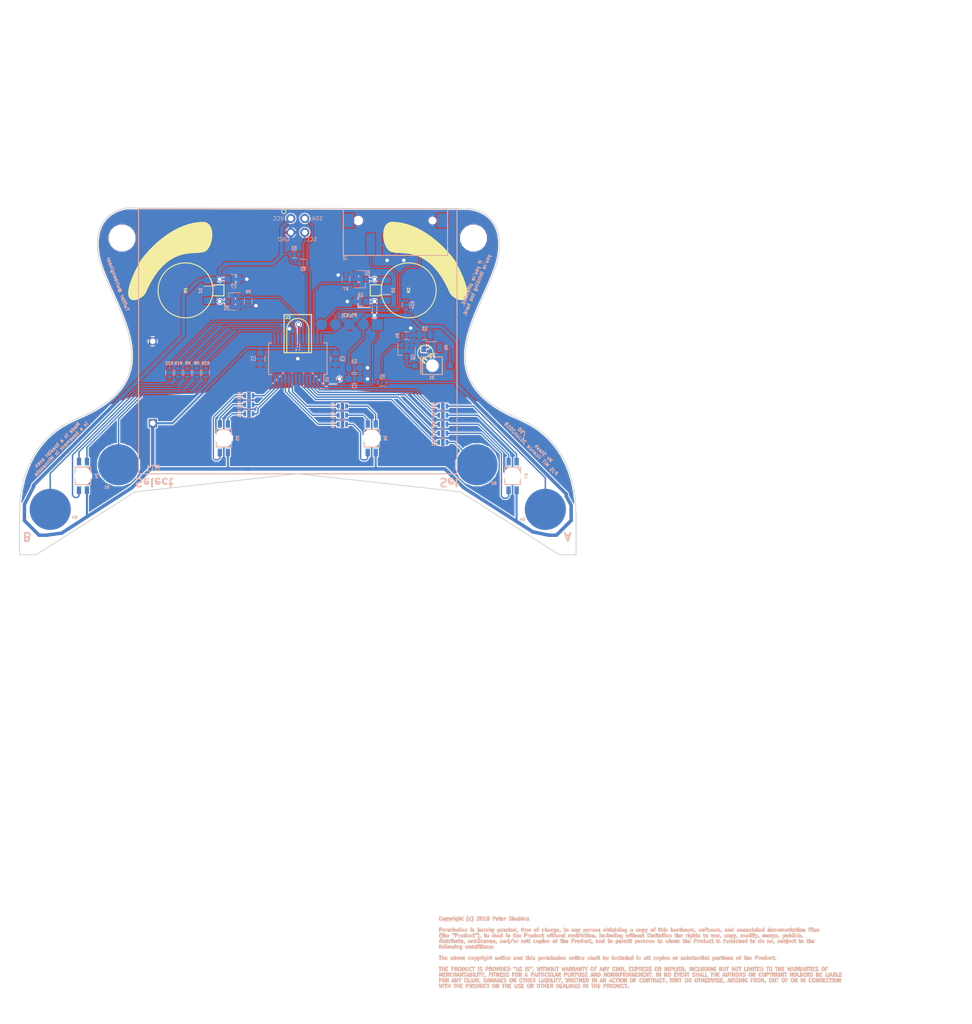
<source format=kicad_pcb>
(kicad_pcb (version 20171130) (host pcbnew "(5.0.0)")
  (layers (0 F.Cu signal) (31 B.Cu signal) (34 B.Paste user) (35 F.Paste user) (36 B.SilkS user) (37 F.SilkS user) (38 B.Mask user) (39 F.Mask user hide) (44 Edge.Cuts user))
  (net 0 "")
  (net 1 +BATT)
  (net 2 GND)
  (net 3 LIR)
  (net 4 M1)
  (net 5 M2)
  (net 6 SDA)
  (net 7 SCL)
  (net 8 "Net-(D1-Pad1)")
  (net 9 "Net-(D1-Pad2)")
  (net 10 "Net-(D2-Pad2)")
  (net 11 "Net-(D3-Pad2)")
  (net 12 "Net-(D4-Pad1)")
  (net 13 "Net-(D4-Pad3)")
  (net 14 "Net-(D4-Pad4)")
  (net 15 "Net-(D5-Pad1)")
  (net 16 "Net-(D5-Pad3)")
  (net 17 "Net-(D5-Pad4)")
  (net 18 "Net-(D6-Pad1)")
  (net 19 "Net-(D6-Pad3)")
  (net 20 "Net-(D6-Pad4)")
  (net 21 "Net-(D7-Pad1)")
  (net 22 "Net-(D7-Pad3)")
  (net 23 "Net-(D7-Pad4)")
  (net 24 "Net-(B1-Pad1)")
  (net 25 "Net-(B2-Pad1)")
  (net 26 "Net-(B3-Pad1)")
  (net 27 "Net-(B4-Pad1)")
  (net 28 LR3)
  (net 29 LG3)
  (net 30 LB3)
  (net 31 LR4)
  (net 32 LG4)
  (net 33 LB4)
  (net 34 Set)
  (net 35 B)
  (net 36 BBtx)
  (net 37 BBrx)
  (net 38 LR1)
  (net 39 LG1)
  (net 40 LB1)
  (net 41 LR2)
  (net 42 LG2)
  (net 43 LB2)
  (net 44 Sel)
  (net 45 A)
  (net 46 SIR)
  (net 47 MCLR)
  (module PJS-icons:mr-stash_user (layer F.Cu) (at 101.6 101.6)
    (fp_text reference icon4 hide)
    (fp_text value User hide)
  )
  (module Capacitors_SMD:C_0805 (layer B.Cu) (at 145.542 65.786 270)
    (fp_text reference C1 (at 0 1.397 270) (layer B.SilkS) (effects (font (size 0.508 0.508) (thickness 0.127)) (justify mirror)))
    (fp_text value 0.1uF)
    (pad 1 smd rect (at -1 0 270) (size 1 1.25) (layers B.Cu B.Paste B.Mask) (net 1 +BATT))
    (pad 2 smd rect (at 1 0 270) (size 1 1.25) (layers B.Cu B.Paste B.Mask) (net 2 GND))
  )
  (module Capacitors_SMD:C_0805 (layer B.Cu) (at 162.687 69.469)
    (fp_text reference C2 (at 0 1.397) (layer B.SilkS) (effects (font (size 0.508 0.508) (thickness 0.127)) (justify mirror)))
    (fp_text value 0.1uF)
    (pad 1 smd rect (at -1 0) (size 1 1.25) (layers B.Cu B.Paste B.Mask) (net 1 +BATT))
    (pad 2 smd rect (at 1 0) (size 1 1.25) (layers B.Cu B.Paste B.Mask) (net 2 GND))
  )
  (module Capacitors_SMD:C_0805 (layer B.Cu) (at 159.258 65.786 270)
    (fp_text reference C3 (at 0 -1.397 270) (layer B.SilkS) (effects (font (size 0.508 0.508) (thickness 0.127)) (justify mirror)))
    (fp_text value 22uF)
    (pad 1 smd rect (at -1 0 270) (size 1 1.25) (layers B.Cu B.Paste B.Mask) (net 1 +BATT))
    (pad 2 smd rect (at 1 0 270) (size 1 1.25) (layers B.Cu B.Paste B.Mask) (net 2 GND))
  )
  (module Capacitors_SMD:C_0805 (layer B.Cu) (at 162.687 67.437)
    (fp_text reference C4 (at 0 -1.27 180) (layer B.SilkS) (effects (font (size 0.508 0.508) (thickness 0.127)) (justify mirror)))
    (fp_text value 22uF)
    (pad 1 smd rect (at -1 0) (size 1 1.25) (layers B.Cu B.Paste B.Mask) (net 1 +BATT))
    (pad 2 smd rect (at 1 0) (size 1 1.25) (layers B.Cu B.Paste B.Mask) (net 2 GND))
  )
  (module Capacitors_SMD:C_0805 (layer B.Cu) (at 175.514 61.468 180)
    (fp_text reference C5 (at 0 1.27 180) (layer B.SilkS) (effects (font (size 0.508 0.508) (thickness 0.127)) (justify mirror)))
    (fp_text value 22uF)
    (pad 1 smd rect (at -1 0 180) (size 1 1.25) (layers B.Cu B.Paste B.Mask) (net 1 +BATT))
    (pad 2 smd rect (at 1 0 180) (size 1 1.25) (layers B.Cu B.Paste B.Mask) (net 2 GND))
  )
  (module Capacitors_SMD:C_0805 (layer B.Cu) (at 163.83 55.372 180)
    (fp_text reference C6 (at 0 1.27 180) (layer B.SilkS) (effects (font (size 0.508 0.508) (thickness 0.127)) (justify mirror)))
    (fp_text value 22uF)
    (pad 1 smd rect (at -1 0 180) (size 1 1.25) (layers B.Cu B.Paste B.Mask) (net 1 +BATT))
    (pad 2 smd rect (at 1 0 180) (size 1 1.25) (layers B.Cu B.Paste B.Mask) (net 2 GND))
  )
  (module Capacitors_SMD:C_0805 (layer B.Cu) (at 140.716 51.308)
    (fp_text reference C7 (at 0 1.397) (layer B.SilkS) (effects (font (size 0.508 0.508) (thickness 0.127)) (justify mirror)))
    (fp_text value 22uF)
    (pad 1 smd rect (at -1 0) (size 1 1.25) (layers B.Cu B.Paste B.Mask) (net 1 +BATT))
    (pad 2 smd rect (at 1 0) (size 1 1.25) (layers B.Cu B.Paste B.Mask) (net 2 GND))
  )
  (module PJS-icons:mr-stash_cuts (layer F.Cu) (at 101.6 101.6)
    (fp_text reference icon1 hide)
    (fp_text value Edge hide)
  )
  (module PJS-icons:mr-stash_silk (layer F.Cu) (at 101.6 101.6)
    (fp_text reference icon2 hide)
    (fp_text value Fsilk hide)
  )
  (module PJS-icons:mr-stash_fmask (layer F.Cu) (at 101.6 101.6)
    (fp_text reference icon3 hide)
    (fp_text value Fmask hide)
  )
  (module PJS-icons:metroid (layer F.Cu) (at 175.641 64.77 30)
    (fp_text reference icon5 hide)
    (fp_text value Metroid hide)
    (fp_arc (start 1.260669 0.027866) (end 1.1176 -0.0762) (angle 82.9) (layer F.Cu) (width 0.1778))
    (fp_arc (start 0.839684 -0.269991) (end 1.1176 -0.0762) (angle 92.3) (layer F.Cu) (width 0.1778))
    (fp_arc (start 0 0) (end -1.27 0.635) (angle 233.1) (layer F.Cu) (width 0.1778))
    (fp_arc (start 0.038519 0.727991) (end -1.27 0.635) (angle -45) (layer F.Cu) (width 0.1778))
    (fp_arc (start -0.47625 1.11125) (end -0.79375 0.635) (angle -90) (layer F.Cu) (width 0.1778))
    (fp_line (start -0.9525 1.5875) (end -0.9525 1.42875) (layer F.Cu) (width 0.1778))
    (fp_line (start -0.79375 0.635) (end -0.635 0.635) (layer F.Cu) (width 0.1778))
    (fp_arc (start -0.15748 0.79375) (end -0.635 0.635) (angle -90) (layer F.Cu) (width 0.1778))
    (fp_arc (start 0 0.9525) (end -0.3175 0.635) (angle -90) (layer F.Cu) (width 0.1778))
    (fp_arc (start 0 -0.317497) (end 0.3175 0.635) (angle 36.9) (layer F.Cu) (width 0.1778))
    (fp_arc (start 0 0.9525) (end 0.3175 0.635) (angle 90) (layer F.Cu) (width 0.1778))
    (fp_arc (start 0.15748 0.79375) (end 0.635 0.635) (angle 90) (layer F.Cu) (width 0.1778))
    (fp_line (start 0.79375 0.635) (end 0.635 0.635) (layer F.Cu) (width 0.1778))
    (fp_line (start 0.9525 1.5875) (end 0.9525 1.42875) (layer F.Cu) (width 0.1778))
    (fp_arc (start 0.47625 1.11125) (end 0.79375 0.635) (angle 90) (layer F.Cu) (width 0.1778))
    (fp_arc (start -0.038519 0.727991) (end 1.27 0.635) (angle 45) (layer F.Cu) (width 0.1778))
    (fp_arc (start 0.254 -1.3208) (end 0.508 -1.3208) (angle 90) (layer F.Cu) (width 0.1778))
    (fp_arc (start 0.2286 -0.8382) (end 0 -0.8636) (angle 90) (layer F.Cu) (width 0.1778))
    (fp_arc (start -1.1684 0.0254) (end -1.27 -0.4064) (angle 90) (layer F.Cu) (width 0.1778))
    (pad "" smd circle (at -0.635 0 30) (size 0.635 0.635) (layers F.Cu F.Paste F.Mask))
    (pad "" smd circle (at 0.635 0 30) (size 0.635 0.635) (layers F.Cu F.Paste F.Mask))
    (pad "" smd circle (at 0 -0.635 30) (size 0.635 0.635) (layers F.Cu F.Paste F.Mask))
  )
  (module FCI:10120045-40-LF (layer B.Cu) (at 170.18 38.481)
    (fp_text reference J2 (at -9.144 9.017) (layer B.SilkS) (effects (font (size 0.508 0.508) (thickness 0.127)) (justify mirror)))
    (fp_text value Badge_bus)
    (pad 1 smd rect (at -4.5 6.5) (size 1.6 4) (layers B.Cu B.Paste B.Mask) (net 36 BBtx))
    (pad 2 smd rect (at -1.5 6.5) (size 1.6 4) (layers B.Cu B.Paste B.Mask) (net 2 GND))
    (pad 3 smd rect (at 1.5 6.5) (size 1.6 4) (layers B.Cu B.Paste B.Mask) (net 2 GND))
    (pad 4 smd rect (at 4.5 6.5) (size 1.6 4) (layers B.Cu B.Paste B.Mask) (net 37 BBrx))
    (pad "" np_thru_hole circle (at -6.75 2.15) (size 1.4 1.4) (drill 1.4) (layers *.Cu *.Mask))
    (pad "" np_thru_hole circle (at 6.75 2.15) (size 1.1 1.1) (drill 1.1) (layers *.Cu *.Mask))
    (pad 5 smd rect (at 8.5 2.15) (size 2 2.6) (layers B.Cu B.Paste B.Mask))
    (pad 6 smd rect (at -8.5 2.15) (size 2 2.6) (layers B.Cu B.Paste B.Mask))
  )
  (module TO_SOT_Packages_SMD:SOT-23 (layer B.Cu) (at 172.212 64.389 270)
    (fp_text reference Q1 (at 1.27 -1.143) (layer B.SilkS) (effects (font (size 0.508 0.508) (thickness 0.127)) (justify mirror)))
    (fp_text value RK7002BMT116)
    (pad 1 smd rect (at -1 0.95 270) (size 0.9 0.8) (layers B.Cu B.Paste B.Mask) (net 3 LIR))
    (pad 2 smd rect (at -1 -0.95 270) (size 0.9 0.8) (layers B.Cu B.Paste B.Mask) (net 2 GND))
    (pad 3 smd rect (at 1 0 270) (size 0.9 0.8) (layers B.Cu B.Paste B.Mask) (net 8 "Net-(D1-Pad1)"))
  )
  (module TO_SOT_Packages_SMD:SOT-23 (layer B.Cu) (at 140.589 55.372 180)
    (fp_text reference Q2 (at 1.27 -1.143 270) (layer B.SilkS) (effects (font (size 0.508 0.508) (thickness 0.127)) (justify mirror)))
    (fp_text value RK7002BMT116)
    (pad 1 smd rect (at -1 0.95 180) (size 0.9 0.8) (layers B.Cu B.Paste B.Mask) (net 4 M1))
    (pad 2 smd rect (at -1 -0.95 180) (size 0.9 0.8) (layers B.Cu B.Paste B.Mask) (net 2 GND))
    (pad 3 smd rect (at 1 0 180) (size 0.9 0.8) (layers B.Cu B.Paste B.Mask) (net 10 "Net-(D2-Pad2)"))
  )
  (module TO_SOT_Packages_SMD:SOT-23 (layer B.Cu) (at 163.957 51.308)
    (fp_text reference Q3 (at 1.27 -1.143 90) (layer B.SilkS) (effects (font (size 0.508 0.508) (thickness 0.127)) (justify mirror)))
    (fp_text value RK7002BMT116)
    (pad 1 smd rect (at -1 0.95) (size 0.9 0.8) (layers B.Cu B.Paste B.Mask) (net 5 M2))
    (pad 2 smd rect (at -1 -0.95) (size 0.9 0.8) (layers B.Cu B.Paste B.Mask) (net 2 GND))
    (pad 3 smd rect (at 1 0) (size 0.9 0.8) (layers B.Cu B.Paste B.Mask) (net 11 "Net-(D3-Pad2)"))
  )
  (module Resistors_SMD:R_0603 (layer B.Cu) (at 167.767 70.104 180)
    (fp_text reference R1 (at 0 1.143 180) (layer B.SilkS) (effects (font (size 0.508 0.508) (thickness 0.127)) (justify mirror)))
    (fp_text value 10.2k)
    (pad 1 smd rect (at -0.75 0 180) (size 0.5 0.9) (layers B.Cu B.Paste B.Mask) (net 1 +BATT))
    (pad 2 smd rect (at 0.75 0 180) (size 0.5 0.9) (layers B.Cu B.Paste B.Mask) (net 47 MCLR))
  )
  (module Resistors_SMD:R_0603 (layer B.Cu) (at 153.416 48.387 180)
    (fp_text reference R2 (at 0 -1.143 180) (layer B.SilkS) (effects (font (size 0.508 0.508) (thickness 0.127)) (justify mirror)))
    (fp_text value 10.2k)
    (pad 1 smd rect (at -0.75 0 180) (size 0.5 0.9) (layers B.Cu B.Paste B.Mask) (net 6 SDA))
    (pad 2 smd rect (at 0.75 0 180) (size 0.5 0.9) (layers B.Cu B.Paste B.Mask) (net 1 +BATT))
  )
  (module Resistors_SMD:R_0603 (layer B.Cu) (at 151.765 46.736 180)
    (fp_text reference R3 (at 0 1.143 180) (layer B.SilkS) (effects (font (size 0.508 0.508) (thickness 0.127)) (justify mirror)))
    (fp_text value 10.2k)
    (pad 1 smd rect (at -0.75 0 180) (size 0.5 0.9) (layers B.Cu B.Paste B.Mask) (net 7 SCL))
    (pad 2 smd rect (at 0.75 0 180) (size 0.5 0.9) (layers B.Cu B.Paste B.Mask) (net 1 +BATT))
  )
  (module Resistors_SMD:R_0603 (layer B.Cu) (at 172.212 61.595)
    (fp_text reference R4 (at -1.651 0 90) (layer B.SilkS) (effects (font (size 0.508 0.508) (thickness 0.127)) (justify mirror)))
    (fp_text value 10.2k)
    (pad 1 smd rect (at -0.75 0) (size 0.5 0.9) (layers B.Cu B.Paste B.Mask) (net 3 LIR))
    (pad 2 smd rect (at 0.75 0) (size 0.5 0.9) (layers B.Cu B.Paste B.Mask) (net 2 GND))
  )
  (module Resistors_SMD:R_0603 (layer B.Cu) (at 143.383 55.372 270)
    (fp_text reference R6 (at -1.778 0) (layer B.SilkS) (effects (font (size 0.508 0.508) (thickness 0.127)) (justify mirror)))
    (fp_text value 10.2k)
    (pad 1 smd rect (at -0.75 0 270) (size 0.5 0.9) (layers B.Cu B.Paste B.Mask) (net 4 M1))
    (pad 2 smd rect (at 0.75 0 270) (size 0.5 0.9) (layers B.Cu B.Paste B.Mask) (net 2 GND))
  )
  (module Resistors_SMD:R_0603 (layer B.Cu) (at 161.163 51.308 90)
    (fp_text reference R7 (at -1.778 0 180) (layer B.SilkS) (effects (font (size 0.508 0.508) (thickness 0.127)) (justify mirror)))
    (fp_text value 10.2k)
    (pad 1 smd rect (at -0.75 0 90) (size 0.5 0.9) (layers B.Cu B.Paste B.Mask) (net 5 M2))
    (pad 2 smd rect (at 0.75 0 90) (size 0.5 0.9) (layers B.Cu B.Paste B.Mask) (net 2 GND))
  )
  (module Resistors_SMD:R_0603 (layer B.Cu) (at 133.985 68.326 90)
    (fp_text reference R8 (at 1.7145 0 180) (layer B.SilkS) (effects (font (size 0.508 0.508) (thickness 0.127)) (justify mirror)))
    (fp_text value 200)
    (pad 1 smd rect (at -0.75 0 90) (size 0.5 0.9) (layers B.Cu B.Paste B.Mask) (net 12 "Net-(D4-Pad1)"))
    (pad 2 smd rect (at 0.75 0 90) (size 0.5 0.9) (layers B.Cu B.Paste B.Mask) (net 38 LR1))
  )
  (module Resistors_SMD:R_0603 (layer B.Cu) (at 132.334 68.326 90)
    (fp_text reference R9 (at 1.7145 0.0635 180) (layer B.SilkS) (effects (font (size 0.508 0.508) (thickness 0.127)) (justify mirror)))
    (fp_text value 100)
    (pad 1 smd rect (at -0.75 0 90) (size 0.5 0.9) (layers B.Cu B.Paste B.Mask) (net 14 "Net-(D4-Pad4)"))
    (pad 2 smd rect (at 0.75 0 90) (size 0.5 0.9) (layers B.Cu B.Paste B.Mask) (net 39 LG1))
  )
  (module Resistors_SMD:R_0603 (layer B.Cu) (at 130.683 68.326 90)
    (fp_text reference R10 (at 1.7145 0 180) (layer B.SilkS) (effects (font (size 0.508 0.508) (thickness 0.127)) (justify mirror)))
    (fp_text value 100)
    (pad 1 smd rect (at -0.75 0 90) (size 0.5 0.9) (layers B.Cu B.Paste B.Mask) (net 13 "Net-(D4-Pad3)"))
    (pad 2 smd rect (at 0.75 0 90) (size 0.5 0.9) (layers B.Cu B.Paste B.Mask) (net 40 LB1))
  )
  (module Resistors_SMD:R_0603 (layer B.Cu) (at 143.51 75.819)
    (fp_text reference R11 (at -1.7145 0 90) (layer B.SilkS) (effects (font (size 0.508 0.508) (thickness 0.127)) (justify mirror)))
    (fp_text value 200)
    (pad 1 smd rect (at -0.75 0) (size 0.5 0.9) (layers B.Cu B.Paste B.Mask) (net 15 "Net-(D5-Pad1)"))
    (pad 2 smd rect (at 0.75 0) (size 0.5 0.9) (layers B.Cu B.Paste B.Mask) (net 41 LR2))
  )
  (module Resistors_SMD:R_0603 (layer B.Cu) (at 143.51 74.168)
    (fp_text reference R12 (at -1.7145 0 90) (layer B.SilkS) (effects (font (size 0.508 0.508) (thickness 0.127)) (justify mirror)))
    (fp_text value 100)
    (pad 1 smd rect (at -0.75 0) (size 0.5 0.9) (layers B.Cu B.Paste B.Mask) (net 17 "Net-(D5-Pad4)"))
    (pad 2 smd rect (at 0.75 0) (size 0.5 0.9) (layers B.Cu B.Paste B.Mask) (net 42 LG2))
  )
  (module Resistors_SMD:R_0603 (layer B.Cu) (at 143.51 72.517)
    (fp_text reference R13 (at -1.7145 0 90) (layer B.SilkS) (effects (font (size 0.508 0.508) (thickness 0.127)) (justify mirror)))
    (fp_text value 100)
    (pad 1 smd rect (at -0.75 0) (size 0.5 0.9) (layers B.Cu B.Paste B.Mask) (net 16 "Net-(D5-Pad3)"))
    (pad 2 smd rect (at 0.75 0) (size 0.5 0.9) (layers B.Cu B.Paste B.Mask) (net 43 LB2))
  )
  (module Resistors_SMD:R_0603 (layer B.Cu) (at 160.528 74.422 180)
    (fp_text reference R14 (at 1.7145 0 270) (layer B.SilkS) (effects (font (size 0.508 0.508) (thickness 0.127)) (justify mirror)))
    (fp_text value 200)
    (pad 1 smd rect (at -0.75 0 180) (size 0.5 0.9) (layers B.Cu B.Paste B.Mask) (net 18 "Net-(D6-Pad1)"))
    (pad 2 smd rect (at 0.75 0 180) (size 0.5 0.9) (layers B.Cu B.Paste B.Mask) (net 28 LR3))
  )
  (module Resistors_SMD:R_0603 (layer B.Cu) (at 160.528 76.073 180)
    (fp_text reference R15 (at 1.7145 0 270) (layer B.SilkS) (effects (font (size 0.508 0.508) (thickness 0.127)) (justify mirror)))
    (fp_text value 100)
    (pad 1 smd rect (at -0.75 0 180) (size 0.5 0.9) (layers B.Cu B.Paste B.Mask) (net 20 "Net-(D6-Pad4)"))
    (pad 2 smd rect (at 0.75 0 180) (size 0.5 0.9) (layers B.Cu B.Paste B.Mask) (net 29 LG3))
  )
  (module Resistors_SMD:R_0603 (layer B.Cu) (at 160.528 77.724 180)
    (fp_text reference R16 (at 1.7145 0 270) (layer B.SilkS) (effects (font (size 0.508 0.508) (thickness 0.127)) (justify mirror)))
    (fp_text value 100)
    (pad 1 smd rect (at -0.75 0 180) (size 0.5 0.9) (layers B.Cu B.Paste B.Mask) (net 19 "Net-(D6-Pad3)"))
    (pad 2 smd rect (at 0.75 0 180) (size 0.5 0.9) (layers B.Cu B.Paste B.Mask) (net 30 LB3))
  )
  (module Resistors_SMD:R_0603 (layer B.Cu) (at 178.816 76.073 180)
    (fp_text reference R17 (at 1.7145 0 270) (layer B.SilkS) (effects (font (size 0.508 0.508) (thickness 0.127)) (justify mirror)))
    (fp_text value 200)
    (pad 1 smd rect (at -0.75 0 180) (size 0.5 0.9) (layers B.Cu B.Paste B.Mask) (net 21 "Net-(D7-Pad1)"))
    (pad 2 smd rect (at 0.75 0 180) (size 0.5 0.9) (layers B.Cu B.Paste B.Mask) (net 31 LR4))
  )
  (module Resistors_SMD:R_0603 (layer B.Cu) (at 178.816 77.724 180)
    (fp_text reference R18 (at 1.7145 0 270) (layer B.SilkS) (effects (font (size 0.508 0.508) (thickness 0.127)) (justify mirror)))
    (fp_text value 100)
    (pad 1 smd rect (at -0.75 0 180) (size 0.5 0.9) (layers B.Cu B.Paste B.Mask) (net 23 "Net-(D7-Pad4)"))
    (pad 2 smd rect (at 0.75 0 180) (size 0.5 0.9) (layers B.Cu B.Paste B.Mask) (net 32 LG4))
  )
  (module Resistors_SMD:R_0603 (layer B.Cu) (at 178.816 79.375 180)
    (fp_text reference R19 (at 1.7145 0 270) (layer B.SilkS) (effects (font (size 0.508 0.508) (thickness 0.127)) (justify mirror)))
    (fp_text value 100)
    (pad 1 smd rect (at -0.75 0 180) (size 0.5 0.9) (layers B.Cu B.Paste B.Mask) (net 22 "Net-(D7-Pad3)"))
    (pad 2 smd rect (at 0.75 0 180) (size 0.5 0.9) (layers B.Cu B.Paste B.Mask) (net 33 LB4))
  )
  (module Housings_SSOP:SSOP-28_5.3x10.2mm_Pitch0.65mm (layer B.Cu) (at 152.4 65.786 90)
    (fp_text reference U1 (at -3.81 5.334 90) (layer B.SilkS) (effects (font (size 0.508 0.508) (thickness 0.127)) (justify mirror)))
    (fp_text value PIC16F15355-SSOP)
    (pad 1 smd rect (at -3.6 4.225 90) (size 1.75 0.45) (layers B.Cu B.Paste B.Mask) (net 47 MCLR))
    (pad 2 smd rect (at -3.6 3.575 90) (size 1.75 0.45) (layers B.Cu B.Paste B.Mask) (net 3 LIR))
    (pad 3 smd rect (at -3.6 2.925 90) (size 1.75 0.45) (layers B.Cu B.Paste B.Mask) (net 35 B))
    (pad 4 smd rect (at -3.6 2.275 90) (size 1.75 0.45) (layers B.Cu B.Paste B.Mask) (net 31 LR4))
    (pad 5 smd rect (at -3.6 1.625 90) (size 1.75 0.45) (layers B.Cu B.Paste B.Mask) (net 32 LG4))
    (pad 6 smd rect (at -3.6 0.975 90) (size 1.75 0.45) (layers B.Cu B.Paste B.Mask) (net 33 LB4))
    (pad 7 smd rect (at -3.6 0.325 90) (size 1.75 0.45) (layers B.Cu B.Paste B.Mask) (net 34 Set))
    (pad 8 smd rect (at -3.6 -0.325 90) (size 1.75 0.45) (layers B.Cu B.Paste B.Mask) (net 2 GND))
    (pad 9 smd rect (at -3.6 -0.975 90) (size 1.75 0.45) (layers B.Cu B.Paste B.Mask) (net 28 LR3))
    (pad 10 smd rect (at -3.6 -1.625 90) (size 1.75 0.45) (layers B.Cu B.Paste B.Mask) (net 29 LG3))
    (pad 11 smd rect (at -3.6 -2.275 90) (size 1.75 0.45) (layers B.Cu B.Paste B.Mask) (net 30 LB3))
    (pad 12 smd rect (at -3.6 -2.925 90) (size 1.75 0.45) (layers B.Cu B.Paste B.Mask) (net 41 LR2))
    (pad 13 smd rect (at -3.6 -3.575 90) (size 1.75 0.45) (layers B.Cu B.Paste B.Mask) (net 42 LG2))
    (pad 14 smd rect (at -3.6 -4.225 90) (size 1.75 0.45) (layers B.Cu B.Paste B.Mask) (net 43 LB2))
    (pad 15 smd rect (at 3.6 -4.225 90) (size 1.75 0.45) (layers B.Cu B.Paste B.Mask) (net 44 Sel))
    (pad 16 smd rect (at 3.6 -3.575 90) (size 1.75 0.45) (layers B.Cu B.Paste B.Mask) (net 38 LR1))
    (pad 17 smd rect (at 3.6 -2.925 90) (size 1.75 0.45) (layers B.Cu B.Paste B.Mask) (net 39 LG1))
    (pad 18 smd rect (at 3.6 -2.275 90) (size 1.75 0.45) (layers B.Cu B.Paste B.Mask) (net 40 LB1))
    (pad 19 smd rect (at 3.6 -1.625 90) (size 1.75 0.45) (layers B.Cu B.Paste B.Mask) (net 2 GND))
    (pad 20 smd rect (at 3.6 -0.975 90) (size 1.75 0.45) (layers B.Cu B.Paste B.Mask) (net 1 +BATT))
    (pad 21 smd rect (at 3.6 -0.325 90) (size 1.75 0.45) (layers B.Cu B.Paste B.Mask) (net 45 A))
    (pad 22 smd rect (at 3.6 0.325 90) (size 1.75 0.45) (layers B.Cu B.Paste B.Mask) (net 46 SIR))
    (pad 23 smd rect (at 3.6 0.975 90) (size 1.75 0.45) (layers B.Cu B.Paste B.Mask) (net 4 M1))
    (pad 24 smd rect (at 3.6 1.625 90) (size 1.75 0.45) (layers B.Cu B.Paste B.Mask) (net 7 SCL))
    (pad 25 smd rect (at 3.6 2.275 90) (size 1.75 0.45) (layers B.Cu B.Paste B.Mask) (net 6 SDA))
    (pad 26 smd rect (at 3.6 2.925 90) (size 1.75 0.45) (layers B.Cu B.Paste B.Mask) (net 5 M2))
    (pad 27 smd rect (at 3.6 3.575 90) (size 1.75 0.45) (layers B.Cu B.Paste B.Mask) (net 36 BBtx))
    (pad 28 smd rect (at 3.6 4.225 90) (size 1.75 0.45) (layers B.Cu B.Paste B.Mask) (net 37 BBrx))
  )
  (module tymkrs:Badgelife-Shitty-2x2 (layer F.Cu) (at 152.4 41.529)
    (fp_text reference X1)
    (fp_text value Badgelife_shitty_connector)
    (fp_text user SDA (at 3.556 -1.27) (layer B.SilkS) (effects (font (size 0.7 0.7) (thickness 0.1)) (justify mirror)))
    (fp_text user SCL (at 2.54 2.54) (layer B.SilkS) (effects (font (size 0.7 0.7) (thickness 0.1)) (justify mirror)))
    (fp_text user GND (at -2.54 2.54) (layer B.SilkS) (effects (font (size 0.7 0.7) (thickness 0.1)) (justify mirror)))
    (fp_text user VCC (at -3.556 -1.27) (layer B.SilkS) (effects (font (size 0.7 0.7) (thickness 0.1)) (justify mirror)))
    (pad 4 thru_hole circle (at 1.27 -1.27) (size 1.7 1.7) (drill 1) (layers *.Cu *.Mask) (net 6 SDA))
    (pad 3 thru_hole oval (at 1.27 1.27) (size 1.7 1.7) (drill 1) (layers *.Cu *.Mask) (net 7 SCL))
    (pad 1 thru_hole oval (at -1.27 -1.27) (size 1.7 1.7) (drill 1) (layers *.Cu *.Mask) (net 1 +BATT))
    (pad 2 thru_hole oval (at -1.27 1.27) (size 1.7 1.7) (drill 1) (layers *.Cu *.Mask) (net 2 GND))
  )
  (module PJS_smt_parts:OP181_TT_electronics_IR (layer B.Cu) (at 176.911 67.056)
    (fp_text reference D1 (at -0.127 2.159) (layer B.SilkS) (effects (font (size 0.508 0.508) (thickness 0.127)) (justify mirror)))
    (fp_text value "IR OP181")
    (pad "" np_thru_hole circle (at 0 0) (size 1.9558 1.9558) (drill 1.9558) (layers *.Cu *.Mask))
    (pad 1 smd rect (at -3.175 0) (size 1.016 1.016) (layers B.Cu B.Paste B.Mask) (net 8 "Net-(D1-Pad1)"))
    (pad 2 smd rect (at 3.175 0) (size 1.016 1.016) (layers B.Cu B.Paste B.Mask) (net 9 "Net-(D1-Pad2)"))
  )
  (module PJS_smt_parts:SOD-80V-LS34 (layer B.Cu) (at 136.271 53.34 270)
    (fp_text reference D2 (at 0.0635 1.5875 270) (layer B.SilkS) (effects (font (size 0.508 0.508) (thickness 0.127)) (justify mirror)))
    (fp_text value "LS4148 L1G")
    (pad 1 smd rect (at -1.8669 0 270) (size 1.2446 2.0066) (layers B.Cu B.Paste B.Mask) (net 1 +BATT))
    (pad 2 smd rect (at 1.8669 0 270) (size 1.2446 2.0066) (layers B.Cu B.Paste B.Mask) (net 10 "Net-(D2-Pad2)"))
  )
  (module PJS_smt_parts:SOD-80V-LS34 (layer B.Cu) (at 168.275 53.34 90)
    (fp_text reference D3 (at 0 1.524 90) (layer B.SilkS) (effects (font (size 0.508 0.508) (thickness 0.127)) (justify mirror)))
    (fp_text value "LS4148 L1G")
    (pad 1 smd rect (at -1.8669 0 90) (size 1.2446 2.0066) (layers B.Cu B.Paste B.Mask) (net 1 +BATT))
    (pad 2 smd rect (at 1.8669 0 90) (size 1.2446 2.0066) (layers B.Cu B.Paste B.Mask) (net 11 "Net-(D3-Pad2)"))
  )
  (module PJS_smt_parts:TSSP58038_custom_45_SMT (layer F.Cu) (at 152.4 60.452)
    (fp_text reference U2 (at -1.778 -2.159) (layer F.SilkS) (effects (font (size 0.508 0.508) (thickness 0.127))))
    (fp_text value TSSP58038)
    (pad 2 smd rect (at 0 8.25) (size 2 4) (layers F.Cu F.Paste F.Mask) (net 2 GND))
    (pad 1 smd rect (at -4.5 8.25 135) (size 2 4) (layers F.Cu F.Paste F.Mask) (net 46 SIR))
    (pad 3 smd rect (at 4.5 8.25 45) (size 2 4) (layers F.Cu F.Paste F.Mask) (net 1 +BATT))
  )
  (module SunLED:NPH180mill (layer F.Cu) (at 184.404 43.815)
    (fp_text reference REF** hide)
    (fp_text value NPH40mill hide)
    (pad "" np_thru_hole circle (at 0 0) (size 4.572 4.572) (drill 4.572) (layers *.Cu *.Mask))
  )
  (module SunLED:NPH180mill (layer F.Cu) (at 120.396 43.815)
    (fp_text reference REF** hide)
    (fp_text value NPH40mill hide)
    (pad "" np_thru_hole circle (at 0 0) (size 4.572 4.572) (drill 4.572) (layers *.Cu *.Mask))
  )
  (module PJS_smt_parts:Pager_motor_10mm_smt (layer F.Cu) (at 131.953 53.34 90)
    (fp_text reference M1 (at 0 0 90) (layer F.SilkS) (effects (font (size 0.508 0.508) (thickness 0.127))))
    (fp_text value motor)
    (pad 2 smd circle (at -2.032 8.128 90) (size 2 2) (layers F.Cu F.Paste F.Mask) (net 10 "Net-(D2-Pad2)"))
    (pad 1 smd rect (at 2.032 8.128 90) (size 2 2) (layers F.Cu F.Paste F.Mask) (net 1 +BATT))
  )
  (module PJS_smt_parts:Pager_motor_10mm_smt (layer F.Cu) (at 172.593 53.34 270)
    (fp_text reference M2 (at 0 0 270) (layer F.SilkS) (effects (font (size 0.508 0.508) (thickness 0.127))))
    (fp_text value motor)
    (pad 2 smd circle (at -2.032 8.128 270) (size 2 2) (layers F.Cu F.Paste F.Mask) (net 11 "Net-(D3-Pad2)"))
    (pad 1 smd rect (at 2.032 8.128 270) (size 2 2) (layers F.Cu F.Paste F.Mask) (net 1 +BATT))
  )
  (module Resistors_SMD:R_1206 (layer B.Cu) (at 176.784 63.754)
    (fp_text reference R5 (at 2.667 0 90) (layer B.SilkS) (effects (font (size 0.508 0.508) (thickness 0.127)) (justify mirror)))
    (fp_text value 20)
    (pad 1 smd rect (at -1.45 0) (size 0.9 1.7) (layers B.Cu B.Paste B.Mask) (net 1 +BATT))
    (pad 2 smd rect (at 1.45 0) (size 0.9 1.7) (layers B.Cu B.Paste B.Mask) (net 9 "Net-(D1-Pad2)"))
  )
  (module PJS_smt_parts:blank_button_7.5mm (layer B.Cu) (at 119.761 85.09)
    (fp_text reference B1 (at -2.159 4.064) (layer B.SilkS) (effects (font (size 0.508 0.508) (thickness 0.127)) (justify mirror)))
    (fp_text value "Select button")
    (pad 1 smd circle (at 0 0) (size 7.5 7.5) (layers B.Cu B.Mask) (net 24 "Net-(B1-Pad1)"))
  )
  (module PJS_smt_parts:blank_button_7.5mm (layer B.Cu) (at 185.039 85.09)
    (fp_text reference B2 (at 3.1115 3.3655) (layer B.SilkS) (effects (font (size 0.508 0.508) (thickness 0.127)) (justify mirror)))
    (fp_text value "Set button")
    (pad 1 smd circle (at 0 0) (size 7.5 7.5) (layers B.Cu B.Mask) (net 25 "Net-(B2-Pad1)"))
  )
  (module PJS_smt_parts:blank_button_7.5mm (layer B.Cu) (at 107.315 93.218)
    (fp_text reference B3 (at 4.5085 1.4605) (layer B.SilkS) (effects (font (size 0.508 0.508) (thickness 0.127)) (justify mirror)))
    (fp_text value "A button")
    (pad 1 smd circle (at 0 0) (size 7.5 7.5) (layers B.Cu B.Mask) (net 26 "Net-(B3-Pad1)"))
  )
  (module PJS_smt_parts:blank_button_7.5mm (layer B.Cu) (at 197.485 93.218)
    (fp_text reference B4 (at -4.191 1.8415) (layer B.SilkS) (effects (font (size 0.508 0.508) (thickness 0.127)) (justify mirror)))
    (fp_text value "B button")
    (pad 1 smd circle (at 0 0) (size 7.5 7.5) (layers B.Cu B.Mask) (net 27 "Net-(B4-Pad1)"))
  )
  (module Resistors_SMD:R_0603 (layer B.Cu) (at 135.636 68.326 90)
    (fp_text reference R20 (at 1.7145 0 180) (layer B.SilkS) (effects (font (size 0.508 0.508) (thickness 0.127)) (justify mirror)))
    (fp_text value 10.2k)
    (pad 1 smd rect (at -0.75 0 90) (size 0.5 0.9) (layers B.Cu B.Paste B.Mask) (net 24 "Net-(B1-Pad1)"))
    (pad 2 smd rect (at 0.75 0 90) (size 0.5 0.9) (layers B.Cu B.Paste B.Mask) (net 44 Sel))
  )
  (module Resistors_SMD:R_0603 (layer B.Cu) (at 178.816 81.026 180)
    (fp_text reference R21 (at 1.7145 0 270) (layer B.SilkS) (effects (font (size 0.508 0.508) (thickness 0.127)) (justify mirror)))
    (fp_text value 10.2k)
    (pad 1 smd rect (at -0.75 0 180) (size 0.5 0.9) (layers B.Cu B.Paste B.Mask) (net 25 "Net-(B2-Pad1)"))
    (pad 2 smd rect (at 0.75 0 180) (size 0.5 0.9) (layers B.Cu B.Paste B.Mask) (net 34 Set))
  )
  (module Resistors_SMD:R_0603 (layer B.Cu) (at 129.032 68.326 90)
    (fp_text reference R22 (at 1.7145 0 180) (layer B.SilkS) (effects (font (size 0.508 0.508) (thickness 0.127)) (justify mirror)))
    (fp_text value 10.2k)
    (pad 1 smd rect (at -0.75 0 90) (size 0.5 0.9) (layers B.Cu B.Paste B.Mask) (net 26 "Net-(B3-Pad1)"))
    (pad 2 smd rect (at 0.75 0 90) (size 0.5 0.9) (layers B.Cu B.Paste B.Mask) (net 45 A))
  )
  (module Resistors_SMD:R_0603 (layer B.Cu) (at 178.816 74.422 180)
    (fp_text reference R23 (at 1.7145 0 270) (layer B.SilkS) (effects (font (size 0.508 0.508) (thickness 0.127)) (justify mirror)))
    (fp_text value 10.2k)
    (pad 1 smd rect (at -0.75 0 180) (size 0.5 0.9) (layers B.Cu B.Paste B.Mask) (net 27 "Net-(B4-Pad1)"))
    (pad 2 smd rect (at 0.75 0 180) (size 0.5 0.9) (layers B.Cu B.Paste B.Mask) (net 35 B))
  )
  (module Resistors_SMD:R_0603 (layer B.Cu) (at 172.085 56.007 90)
    (fp_text reference R24 (at 0 1.27 90) (layer B.SilkS) (effects (font (size 0.508 0.508) (thickness 0.127)) (justify mirror)))
    (fp_text value 10.2k)
    (pad 1 smd rect (at -0.75 0 90) (size 0.5 0.9) (layers B.Cu B.Paste B.Mask) (net 1 +BATT))
    (pad 2 smd rect (at 0.75 0 90) (size 0.5 0.9) (layers B.Cu B.Paste B.Mask) (net 37 BBrx))
  )
  (module SunLED:XZMDKCBDDG45S-9-3mm-hole (layer B.Cu) (at 191.516 87.122 90)
    (fp_text reference D7 (at 0 2.5 90) (layer B.SilkS) (effects (font (size 0.508 0.508) (thickness 0.127)) (justify mirror)))
    (fp_text value XZMDKCBDDG45S-9)
    (pad "" np_thru_hole circle (at 0 0 90) (size 3 3) (drill 3) (layers *.Cu *.Mask))
    (pad 1 smd rect (at 2.6 0.725 90) (size 1.4 0.8) (layers B.Cu B.Paste B.Mask) (net 21 "Net-(D7-Pad1)"))
    (pad 2 smd rect (at -2.6 0.725 90) (size 1.4 0.8) (layers B.Cu B.Paste B.Mask) (net 1 +BATT))
    (pad 3 smd rect (at -2.6 -0.725 90) (size 1.4 0.8) (layers B.Cu B.Paste B.Mask) (net 22 "Net-(D7-Pad3)"))
    (pad 4 smd rect (at 2.6 -0.725 90) (size 1.4 0.8) (layers B.Cu B.Paste B.Mask) (net 23 "Net-(D7-Pad4)"))
  )
  (module SunLED:XZMDKCBDDG45S-9-3mm-hole (layer B.Cu) (at 165.862 80.264 90)
    (fp_text reference D6 (at 0 2.5 90) (layer B.SilkS) (effects (font (size 0.508 0.508) (thickness 0.127)) (justify mirror)))
    (fp_text value XZMDKCBDDG45S-9)
    (pad "" np_thru_hole circle (at 0 0 90) (size 3 3) (drill 3) (layers *.Cu *.Mask))
    (pad 1 smd rect (at 2.6 0.725 90) (size 1.4 0.8) (layers B.Cu B.Paste B.Mask) (net 18 "Net-(D6-Pad1)"))
    (pad 2 smd rect (at -2.6 0.725 90) (size 1.4 0.8) (layers B.Cu B.Paste B.Mask) (net 1 +BATT))
    (pad 3 smd rect (at -2.6 -0.725 90) (size 1.4 0.8) (layers B.Cu B.Paste B.Mask) (net 19 "Net-(D6-Pad3)"))
    (pad 4 smd rect (at 2.6 -0.725 90) (size 1.4 0.8) (layers B.Cu B.Paste B.Mask) (net 20 "Net-(D6-Pad4)"))
  )
  (module SunLED:XZMDKCBDDG45S-9-3mm-hole (layer B.Cu) (at 138.938 80.264 90)
    (fp_text reference D5 (at 0 2.5 90) (layer B.SilkS) (effects (font (size 0.508 0.508) (thickness 0.127)) (justify mirror)))
    (fp_text value XZMDKCBDDG45S-9)
    (pad "" np_thru_hole circle (at 0 0 90) (size 3 3) (drill 3) (layers *.Cu *.Mask))
    (pad 1 smd rect (at 2.6 0.725 90) (size 1.4 0.8) (layers B.Cu B.Paste B.Mask) (net 15 "Net-(D5-Pad1)"))
    (pad 2 smd rect (at -2.6 0.725 90) (size 1.4 0.8) (layers B.Cu B.Paste B.Mask) (net 1 +BATT))
    (pad 3 smd rect (at -2.6 -0.725 90) (size 1.4 0.8) (layers B.Cu B.Paste B.Mask) (net 16 "Net-(D5-Pad3)"))
    (pad 4 smd rect (at 2.6 -0.725 90) (size 1.4 0.8) (layers B.Cu B.Paste B.Mask) (net 17 "Net-(D5-Pad4)"))
  )
  (module SunLED:XZMDKCBDDG45S-9-3mm-hole (layer B.Cu) (at 113.284 87.122 90)
    (fp_text reference D4 (at 0 2.5 90) (layer B.SilkS) (effects (font (size 0.508 0.508) (thickness 0.127)) (justify mirror)))
    (fp_text value XZMDKCBDDG45S-9)
    (pad "" np_thru_hole circle (at 0 0 90) (size 3 3) (drill 3) (layers *.Cu *.Mask))
    (pad 1 smd rect (at 2.6 0.725 90) (size 1.4 0.8) (layers B.Cu B.Paste B.Mask) (net 12 "Net-(D4-Pad1)"))
    (pad 2 smd rect (at -2.6 0.725 90) (size 1.4 0.8) (layers B.Cu B.Paste B.Mask) (net 1 +BATT))
    (pad 3 smd rect (at -2.6 -0.725 90) (size 1.4 0.8) (layers B.Cu B.Paste B.Mask) (net 13 "Net-(D4-Pad3)"))
    (pad 4 smd rect (at 2.6 -0.725 90) (size 1.4 0.8) (layers B.Cu B.Paste B.Mask) (net 14 "Net-(D4-Pad4)"))
  )
  (module PJS-pth-parts:Keystone_3_AA_battery_holder (layer B.Cu) (at 152.4 62.611 180)
    (fp_text reference BT1 (at 26.416 -23.114 180) (layer B.SilkS) (effects (justify mirror)))
    (fp_text value Battery)
    (pad 1 thru_hole rect (at 26.416 -14.9225 180) (size 1.524 1.524) (drill 1.016) (layers *.Cu *.Mask) (net 1 +BATT))
    (pad 2 thru_hole circle (at 26.416 0 180) (size 1.524 1.524) (drill 1.016) (layers *.Cu *.Mask) (net 2 GND))
  )
  (module PJS_smt_parts:80mill_test_point (layer B.Cu) (at 164.338 59.563)
    (fp_text reference TP2 hide)
    (fp_text value "pickit 2")
    (pad 1 smd circle (at 0 0) (size 2.032 2.032) (layers B.Cu B.Paste B.Mask) (net 1 +BATT))
  )
  (module PJS_smt_parts:80mill_test_point (layer B.Cu) (at 161.798 59.563)
    (fp_text reference TP3 hide)
    (fp_text value "pickit 3")
    (pad 1 smd circle (at 0 0) (size 2.032 2.032) (layers B.Cu B.Paste B.Mask) (net 2 GND))
  )
  (module PJS_smt_parts:80mill_test_point (layer B.Cu) (at 159.258 59.563)
    (fp_text reference TP4 hide)
    (fp_text value "pickit 4")
    (pad 1 smd circle (at 0 0) (size 2.032 2.032) (layers B.Cu B.Paste B.Mask) (net 37 BBrx))
  )
  (module PJS_smt_parts:80mill_test_point (layer B.Cu) (at 156.718 59.563)
    (fp_text reference TP5 hide)
    (fp_text value "pickit 5")
    (pad 1 smd circle (at 0 0) (size 2.032 2.032) (layers B.Cu B.Paste B.Mask) (net 36 BBtx))
  )
  (module PJS_smt_parts:80mill_sqr_test_point (layer B.Cu) (at 166.878 59.563)
    (fp_text reference TP1 hide)
    (fp_text value "pickit 1")
    (pad 1 smd rect (at 0 0) (size 2.032 2.032) (layers B.Cu B.Paste B.Mask) (net 47 MCLR))
  )
  (gr_text PicKit (at 161.798 57.912) (layer B.SilkS) (effects (font (size 0.635 0.635) (thickness 0.15875)) (justify mirror)))
  (gr_text "Twitter @wireengineer" (at 119.634 52.197 290) (layer B.SilkS) (effects (font (size 0.635 0.635) (thickness 0.15875)) (justify mirror)))
  (gr_text "If you're offended,\nyou're thinking too hard." (at 184.531 52.197 67.5) (layer B.SilkS) (effects (font (size 0.635 0.635) (thickness 0.15875)) (justify mirror)))
  (gr_text "Copyright (c) 2018 Peter Shabino\n\nPermission is hereby granted, free of charge, to any person obtaining a copy of this hardware, software, and associated documentation files \n(the \"Product\"), to deal in the Product without restriction, including without limitation the rights to use, copy, modify, merge, publish, \ndistribute, sublicense, and/or sell copies of the Product, and to permit persons to whom the Product is furnished to do so, subject to the \nfollowing conditions:\n\nThe above copyright notice and this permission notice shall be included in all copies or substantial portions of the Product.\n\nTHE PRODUCT IS PROVIDED \"AS IS\", WITHOUT WARRANTY OF ANY KIND, EXPRESS OR IMPLIED, INCLUDING BUT NOT LIMITED TO THE WARRANTIES OF \nMERCHANTABILITY, FITNESS FOR A PARTICULAR PURPOSE AND NONINFRINGEMENT. IN NO EVENT SHALL THE AUTHORS OR COPYRIGHT HOLDERS BE LIABLE \nFOR ANY CLAIM, DAMAGES OR OTHER LIABILITY, WHETHER IN AN ACTION OF CONTRACT, TORT OR OTHERWISE, ARISING FROM, OUT OF OR IN CONNECTION \nWITH THE PRODUCT OR THE USE OR OTHER DEALINGS IN THE PRODUCT." (at 177.9905 173.863) (layer B.Cu) (effects (font (size 0.635 0.635) (thickness 0.15875)) (justify left)))
  (gr_text "Copyright (c) 2018 Peter Shabino\n\nPermission is hereby granted, free of charge, to any person obtaining a copy of this hardware, software, and associated documentation files \n(the \"Product\"), to deal in the Product without restriction, including without limitation the rights to use, copy, modify, merge, publish, \ndistribute, sublicense, and/or sell copies of the Product, and to permit persons to whom the Product is furnished to do so, subject to the \nfollowing conditions:\n\nThe above copyright notice and this permission notice shall be included in all copies or substantial portions of the Product.\n\nTHE PRODUCT IS PROVIDED \"AS IS\", WITHOUT WARRANTY OF ANY KIND, EXPRESS OR IMPLIED, INCLUDING BUT NOT LIMITED TO THE WARRANTIES OF \nMERCHANTABILITY, FITNESS FOR A PARTICULAR PURPOSE AND NONINFRINGEMENT. IN NO EVENT SHALL THE AUTHORS OR COPYRIGHT HOLDERS BE LIABLE \nFOR ANY CLAIM, DAMAGES OR OTHER LIABILITY, WHETHER IN AN ACTION OF CONTRACT, TORT OR OTHERWISE, ARISING FROM, OUT OF OR IN CONNECTION \nWITH THE PRODUCT OR THE USE OR OTHER DEALINGS IN THE PRODUCT." (at 177.9905 173.863) (layer F.SilkS) (effects (font (size 0.635 0.635) (thickness 0.15875)) (justify left)))
  (gr_text "Copyright (c) 2018 Peter Shabino\n\nPermission is hereby granted, free of charge, to any person obtaining a copy of this hardware, software, and associated documentation files \n(the \"Product\"), to deal in the Product without restriction, including without limitation the rights to use, copy, modify, merge, publish, \ndistribute, sublicense, and/or sell copies of the Product, and to permit persons to whom the Product is furnished to do so, subject to the \nfollowing conditions:\n\nThe above copyright notice and this permission notice shall be included in all copies or substantial portions of the Product.\n\nTHE PRODUCT IS PROVIDED \"AS IS\", WITHOUT WARRANTY OF ANY KIND, EXPRESS OR IMPLIED, INCLUDING BUT NOT LIMITED TO THE WARRANTIES OF \nMERCHANTABILITY, FITNESS FOR A PARTICULAR PURPOSE AND NONINFRINGEMENT. IN NO EVENT SHALL THE AUTHORS OR COPYRIGHT HOLDERS BE LIABLE \nFOR ANY CLAIM, DAMAGES OR OTHER LIABILITY, WHETHER IN AN ACTION OF CONTRACT, TORT OR OTHERWISE, ARISING FROM, OUT OF OR IN CONNECTION \nWITH THE PRODUCT OR THE USE OR OTHER DEALINGS IN THE PRODUCT." (at 177.9905 173.863) (layer F.Cu) (effects (font (size 0.635 0.635) (thickness 0.15875)) (justify left)))
  (gr_text "Copyright (c) 2018 Peter Shabino\n\nPermission is hereby granted, free of charge, to any person obtaining a copy of this hardware, software, and associated documentation files \n(the \"Product\"), to deal in the Product without restriction, including without limitation the rights to use, copy, modify, merge, publish, \ndistribute, sublicense, and/or sell copies of the Product, and to permit persons to whom the Product is furnished to do so, subject to the \nfollowing conditions:\n\nThe above copyright notice and this permission notice shall be included in all copies or substantial portions of the Product.\n\nTHE PRODUCT IS PROVIDED \"AS IS\", WITHOUT WARRANTY OF ANY KIND, EXPRESS OR IMPLIED, INCLUDING BUT NOT LIMITED TO THE WARRANTIES OF \nMERCHANTABILITY, FITNESS FOR A PARTICULAR PURPOSE AND NONINFRINGEMENT. IN NO EVENT SHALL THE AUTHORS OR COPYRIGHT HOLDERS BE LIABLE \nFOR ANY CLAIM, DAMAGES OR OTHER LIABILITY, WHETHER IN AN ACTION OF CONTRACT, TORT OR OTHERWISE, ARISING FROM, OUT OF OR IN CONNECTION \nWITH THE PRODUCT OR THE USE OR OTHER DEALINGS IN THE PRODUCT." (at 177.9905 173.863) (layer B.SilkS) (effects (font (size 0.635 0.635) (thickness 0.15875)) (justify left)))
  (gr_text A (at 201.549 98.171 180) (layer B.SilkS) (effects (font (size 1.5 1.5) (thickness 0.3)) (justify mirror)))
  (gr_text Set (at 180.0225 88.265 180) (layer B.SilkS) (effects (font (size 1.5 1.5) (thickness 0.3)) (justify mirror)))
  (gr_text B (at 103.124 98.171 180) (layer B.SilkS) (effects (font (size 1.5 1.5) (thickness 0.3)) (justify mirror)))
  (gr_text Select (at 126.238 88.265 180) (layer B.SilkS) (effects (font (size 1.5 1.5) (thickness 0.3)) (justify mirror)))
  (gr_text "Mr Stash     /50\nPJS MIT licence 20Jun2018" (at 195.2625 81.8515 315) (layer B.SilkS) (effects (font (size 0.635 0.635) (thickness 0.15875)) (justify mirror)))
  (gr_text "Made in a toaster oven\nin a basement in Minnesota\n" (at 108.966 81.8515 45) (layer B.SilkS) (effects (font (size 0.635 0.635) (thickness 0.15875)) (justify mirror)))
  (gr_line (start 183.575032 38.474117) (end 183.641892 38.479391) (angle 90) (layer Edge.Cuts) (width 0.15))
  (gr_line (start 183.641892 38.479391) (end 183.830401 38.501244) (angle 90) (layer Edge.Cuts) (width 0.15))
  (gr_line (start 183.830401 38.501244) (end 184.122465 38.548724) (angle 90) (layer Edge.Cuts) (width 0.15))
  (gr_line (start 184.122465 38.548724) (end 184.499989 38.63088) (angle 90) (layer Edge.Cuts) (width 0.15))
  (gr_line (start 184.499989 38.63088) (end 184.944876 38.756759) (angle 90) (layer Edge.Cuts) (width 0.15))
  (gr_line (start 184.944876 38.756759) (end 185.43903 38.93541) (angle 90) (layer Edge.Cuts) (width 0.15))
  (gr_line (start 185.43903 38.93541) (end 185.964355 39.175879) (angle 90) (layer Edge.Cuts) (width 0.15))
  (gr_line (start 185.964355 39.175879) (end 186.502756 39.487217) (angle 90) (layer Edge.Cuts) (width 0.15))
  (gr_line (start 186.502756 39.487217) (end 187.036136 39.87847) (angle 90) (layer Edge.Cuts) (width 0.15))
  (gr_line (start 187.036136 39.87847) (end 187.546399 40.358686) (angle 90) (layer Edge.Cuts) (width 0.15))
  (gr_line (start 187.546399 40.358686) (end 188.015448 40.936914) (angle 90) (layer Edge.Cuts) (width 0.15))
  (gr_line (start 188.015448 40.936914) (end 188.42519 41.622201) (angle 90) (layer Edge.Cuts) (width 0.15))
  (gr_line (start 188.42519 41.622201) (end 188.757526 42.423596) (angle 90) (layer Edge.Cuts) (width 0.15))
  (gr_line (start 188.757526 42.423596) (end 188.994361 43.350146) (angle 90) (layer Edge.Cuts) (width 0.15))
  (gr_line (start 188.994361 43.350146) (end 189.117599 44.4109) (angle 90) (layer Edge.Cuts) (width 0.15))
  (gr_line (start 189.117599 44.4109) (end 189.109099 45.614906) (angle 90) (layer Edge.Cuts) (width 0.15))
  (gr_line (start 189.109099 45.614906) (end 189.044879 46.441455) (angle 90) (layer Edge.Cuts) (width 0.15))
  (gr_line (start 189.044879 46.441455) (end 188.898019 47.300301) (angle 90) (layer Edge.Cuts) (width 0.15))
  (gr_line (start 188.898019 47.300301) (end 188.677966 48.189174) (angle 90) (layer Edge.Cuts) (width 0.15))
  (gr_line (start 188.677966 48.189174) (end 188.394169 49.105805) (angle 90) (layer Edge.Cuts) (width 0.15))
  (gr_line (start 188.394169 49.105805) (end 188.056079 50.047923) (angle 90) (layer Edge.Cuts) (width 0.15))
  (gr_line (start 188.056079 50.047923) (end 187.673143 51.013258) (angle 90) (layer Edge.Cuts) (width 0.15))
  (gr_line (start 187.673143 51.013258) (end 187.254811 51.999541) (angle 90) (layer Edge.Cuts) (width 0.15))
  (gr_line (start 187.254811 51.999541) (end 186.810532 53.004501) (angle 90) (layer Edge.Cuts) (width 0.15))
  (gr_line (start 186.810532 53.004501) (end 186.349757 54.025869) (angle 90) (layer Edge.Cuts) (width 0.15))
  (gr_line (start 186.349757 54.025869) (end 185.881933 55.061374) (angle 90) (layer Edge.Cuts) (width 0.15))
  (gr_line (start 185.881933 55.061374) (end 185.416509 56.108747) (angle 90) (layer Edge.Cuts) (width 0.15))
  (gr_line (start 185.416509 56.108747) (end 184.962937 57.165717) (angle 90) (layer Edge.Cuts) (width 0.15))
  (gr_line (start 184.962937 57.165717) (end 184.530663 58.230015) (angle 90) (layer Edge.Cuts) (width 0.15))
  (gr_line (start 184.530663 58.230015) (end 184.129139 59.299371) (angle 90) (layer Edge.Cuts) (width 0.15))
  (gr_line (start 184.129139 59.299371) (end 183.767812 60.371514) (angle 90) (layer Edge.Cuts) (width 0.15))
  (gr_line (start 183.767812 60.371514) (end 183.456132 61.444175) (angle 90) (layer Edge.Cuts) (width 0.15))
  (gr_line (start 183.456132 61.444175) (end 183.203549 62.515084) (angle 90) (layer Edge.Cuts) (width 0.15))
  (gr_line (start 183.203549 62.515084) (end 183.019512 63.581971) (angle 90) (layer Edge.Cuts) (width 0.15))
  (gr_line (start 183.019512 63.581971) (end 182.913469 64.642566) (angle 90) (layer Edge.Cuts) (width 0.15))
  (gr_line (start 182.913469 64.642566) (end 182.894869 65.694598) (angle 90) (layer Edge.Cuts) (width 0.15))
  (gr_line (start 182.894869 65.694598) (end 182.973159 66.735799) (angle 90) (layer Edge.Cuts) (width 0.15))
  (gr_line (start 182.973159 66.735799) (end 183.157796 67.763897) (angle 90) (layer Edge.Cuts) (width 0.15))
  (gr_line (start 183.157796 67.763897) (end 183.458224 68.776624) (angle 90) (layer Edge.Cuts) (width 0.15))
  (gr_line (start 183.458224 68.776624) (end 183.883894 69.771708) (angle 90) (layer Edge.Cuts) (width 0.15))
  (gr_line (start 183.883894 69.771708) (end 184.444254 70.746881) (angle 90) (layer Edge.Cuts) (width 0.15))
  (gr_line (start 184.444254 70.746881) (end 185.148753 71.699871) (angle 90) (layer Edge.Cuts) (width 0.15))
  (gr_line (start 185.148753 71.699871) (end 186.006841 72.62841) (angle 90) (layer Edge.Cuts) (width 0.15))
  (gr_line (start 186.006841 72.62841) (end 187.027967 73.530228) (angle 90) (layer Edge.Cuts) (width 0.15))
  (gr_line (start 187.027967 73.530228) (end 188.221579 74.403053) (angle 90) (layer Edge.Cuts) (width 0.15))
  (gr_line (start 188.221579 74.403053) (end 189.597128 75.244617) (angle 90) (layer Edge.Cuts) (width 0.15))
  (gr_line (start 189.597128 75.244617) (end 191.164063 76.052649) (angle 90) (layer Edge.Cuts) (width 0.15))
  (gr_line (start 191.164063 76.052649) (end 192.931832 76.824879) (angle 90) (layer Edge.Cuts) (width 0.15))
  (gr_line (start 192.931832 76.824879) (end 193.947611 77.337609) (angle 90) (layer Edge.Cuts) (width 0.15))
  (gr_line (start 193.947611 77.337609) (end 194.203998 77.463534) (angle 90) (layer Edge.Cuts) (width 0.15))
  (gr_line (start 194.203998 77.463534) (end 194.607733 77.671511) (angle 90) (layer Edge.Cuts) (width 0.15))
  (gr_line (start 194.607733 77.671511) (end 195.136201 77.970296) (angle 90) (layer Edge.Cuts) (width 0.15))
  (gr_line (start 195.136201 77.970296) (end 195.76679 78.368644) (angle 90) (layer Edge.Cuts) (width 0.15))
  (gr_line (start 195.76679 78.368644) (end 196.476885 78.875312) (angle 90) (layer Edge.Cuts) (width 0.15))
  (gr_line (start 196.476885 78.875312) (end 197.243872 79.499054) (angle 90) (layer Edge.Cuts) (width 0.15))
  (gr_line (start 197.243872 79.499054) (end 198.045139 80.248626) (angle 90) (layer Edge.Cuts) (width 0.15))
  (gr_line (start 198.045139 80.248626) (end 198.858071 81.132784) (angle 90) (layer Edge.Cuts) (width 0.15))
  (gr_line (start 198.858071 81.132784) (end 199.660054 82.160283) (angle 90) (layer Edge.Cuts) (width 0.15))
  (gr_line (start 199.660054 82.160283) (end 200.428475 83.339878) (angle 90) (layer Edge.Cuts) (width 0.15))
  (gr_line (start 200.428475 83.339878) (end 201.140721 84.680327) (angle 90) (layer Edge.Cuts) (width 0.15))
  (gr_line (start 201.140721 84.680327) (end 201.774179 86.190383) (angle 90) (layer Edge.Cuts) (width 0.15))
  (gr_line (start 201.774179 86.190383) (end 202.306229 87.878803) (angle 90) (layer Edge.Cuts) (width 0.15))
  (gr_line (start 202.306229 87.878803) (end 202.714269 89.754342) (angle 90) (layer Edge.Cuts) (width 0.15))
  (gr_line (start 202.714269 89.754342) (end 202.975669 91.825755) (angle 90) (layer Edge.Cuts) (width 0.15))
  (gr_line (start 202.975669 91.825755) (end 203.067869 94.101799) (angle 90) (layer Edge.Cuts) (width 0.15))
  (gr_line (start 203.067869 94.101799) (end 203.067869 101.467883) (angle 90) (layer Edge.Cuts) (width 0.15))
  (gr_line (start 203.067869 101.467883) (end 200.027809 101.467883) (angle 90) (layer Edge.Cuts) (width 0.15))
  (gr_line (start 200.027809 101.467883) (end 182.04071 90.037753) (angle 90) (layer Edge.Cuts) (width 0.15))
  (gr_line (start 182.04071 90.037753) (end 152.4 86.735715) (angle 90) (layer Edge.Cuts) (width 0.15))
  (gr_line (start 152.4 86.735715) (end 122.75929 90.037753) (angle 90) (layer Edge.Cuts) (width 0.15))
  (gr_line (start 122.75929 90.037753) (end 104.772193 101.467883) (angle 90) (layer Edge.Cuts) (width 0.15))
  (gr_line (start 104.772193 101.467883) (end 101.73212 101.467882) (angle 90) (layer Edge.Cuts) (width 0.15))
  (gr_line (start 101.73212 101.467882) (end 101.73212 94.101798) (angle 90) (layer Edge.Cuts) (width 0.15))
  (gr_line (start 101.73212 94.101798) (end 101.82428 91.825754) (angle 90) (layer Edge.Cuts) (width 0.15))
  (gr_line (start 101.82428 91.825754) (end 102.085685 89.754341) (angle 90) (layer Edge.Cuts) (width 0.15))
  (gr_line (start 102.085685 89.754341) (end 102.49372 87.878802) (angle 90) (layer Edge.Cuts) (width 0.15))
  (gr_line (start 102.49372 87.878802) (end 103.025773 86.190382) (angle 90) (layer Edge.Cuts) (width 0.15))
  (gr_line (start 103.025773 86.190382) (end 103.659228 84.680326) (angle 90) (layer Edge.Cuts) (width 0.15))
  (gr_line (start 103.659228 84.680326) (end 104.371474 83.339878) (angle 90) (layer Edge.Cuts) (width 0.15))
  (gr_line (start 104.371474 83.339878) (end 105.139895 82.160282) (angle 90) (layer Edge.Cuts) (width 0.15))
  (gr_line (start 105.139895 82.160282) (end 105.941878 81.132783) (angle 90) (layer Edge.Cuts) (width 0.15))
  (gr_line (start 105.941878 81.132783) (end 106.75481 80.248625) (angle 90) (layer Edge.Cuts) (width 0.15))
  (gr_line (start 106.75481 80.248625) (end 107.556077 79.499053) (angle 90) (layer Edge.Cuts) (width 0.15))
  (gr_line (start 107.556077 79.499053) (end 108.323064 78.875311) (angle 90) (layer Edge.Cuts) (width 0.15))
  (gr_line (start 108.323064 78.875311) (end 109.033159 78.368643) (angle 90) (layer Edge.Cuts) (width 0.15))
  (gr_line (start 109.033159 78.368643) (end 109.663748 77.970295) (angle 90) (layer Edge.Cuts) (width 0.15))
  (gr_line (start 109.663748 77.970295) (end 110.192217 77.67151) (angle 90) (layer Edge.Cuts) (width 0.15))
  (gr_line (start 110.192217 77.67151) (end 110.595951 77.463533) (angle 90) (layer Edge.Cuts) (width 0.15))
  (gr_line (start 110.595951 77.463533) (end 110.852338 77.337608) (angle 90) (layer Edge.Cuts) (width 0.15))
  (gr_line (start 110.852338 77.337608) (end 112.121387 76.699549) (angle 90) (layer Edge.Cuts) (width 0.15))
  (gr_line (start 112.121387 76.699549) (end 113.88915 75.927471) (angle 90) (layer Edge.Cuts) (width 0.15))
  (gr_line (start 113.88915 75.927471) (end 115.456079 75.119581) (angle 90) (layer Edge.Cuts) (width 0.15))
  (gr_line (start 115.456079 75.119581) (end 116.831623 74.278151) (angle 90) (layer Edge.Cuts) (width 0.15))
  (gr_line (start 116.831623 74.278151) (end 118.025231 73.40545) (angle 90) (layer Edge.Cuts) (width 0.15))
  (gr_line (start 118.025231 73.40545) (end 119.046352 72.503749) (angle 90) (layer Edge.Cuts) (width 0.15))
  (gr_line (start 119.046352 72.503749) (end 119.904435 71.575317) (angle 90) (layer Edge.Cuts) (width 0.15))
  (gr_line (start 119.904435 71.575317) (end 120.60893 70.622426) (angle 90) (layer Edge.Cuts) (width 0.15))
  (gr_line (start 120.60893 70.622426) (end 121.169286 69.647345) (angle 90) (layer Edge.Cuts) (width 0.15))
  (gr_line (start 121.169286 69.647345) (end 121.594953 68.652346) (angle 90) (layer Edge.Cuts) (width 0.15))
  (gr_line (start 121.594953 68.652346) (end 121.895378 67.639697) (angle 90) (layer Edge.Cuts) (width 0.15))
  (gr_line (start 121.895378 67.639697) (end 122.080012 66.611669) (angle 90) (layer Edge.Cuts) (width 0.15))
  (gr_line (start 122.080012 66.611669) (end 122.158302 65.570533) (angle 90) (layer Edge.Cuts) (width 0.15))
  (gr_line (start 122.158302 65.570533) (end 122.139702 64.518559) (angle 90) (layer Edge.Cuts) (width 0.15))
  (gr_line (start 122.139702 64.518559) (end 122.033657 63.458017) (angle 90) (layer Edge.Cuts) (width 0.15))
  (gr_line (start 122.033657 63.458017) (end 121.849618 62.391177) (angle 90) (layer Edge.Cuts) (width 0.15))
  (gr_line (start 121.849618 62.391177) (end 121.597033 61.32031) (angle 90) (layer Edge.Cuts) (width 0.15))
  (gr_line (start 121.597033 61.32031) (end 121.285352 60.247686) (angle 90) (layer Edge.Cuts) (width 0.15))
  (gr_line (start 121.285352 60.247686) (end 120.924024 59.175575) (angle 90) (layer Edge.Cuts) (width 0.15))
  (gr_line (start 120.924024 59.175575) (end 120.522498 58.106247) (angle 90) (layer Edge.Cuts) (width 0.15))
  (gr_line (start 120.522498 58.106247) (end 120.090223 57.041973) (angle 90) (layer Edge.Cuts) (width 0.15))
  (gr_line (start 120.090223 57.041973) (end 119.63665 55.985023) (angle 90) (layer Edge.Cuts) (width 0.15))
  (gr_line (start 119.63665 55.985023) (end 119.171226 54.937667) (angle 90) (layer Edge.Cuts) (width 0.15))
  (gr_line (start 119.171226 54.937667) (end 118.703401 53.902176) (angle 90) (layer Edge.Cuts) (width 0.15))
  (gr_line (start 118.703401 53.902176) (end 118.242625 52.880819) (angle 90) (layer Edge.Cuts) (width 0.15))
  (gr_line (start 118.242625 52.880819) (end 117.798346 51.875868) (angle 90) (layer Edge.Cuts) (width 0.15))
  (gr_line (start 117.798346 51.875868) (end 117.380014 50.889592) (angle 90) (layer Edge.Cuts) (width 0.15))
  (gr_line (start 117.380014 50.889592) (end 116.997078 49.924261) (angle 90) (layer Edge.Cuts) (width 0.15))
  (gr_line (start 116.997078 49.924261) (end 116.658987 48.982146) (angle 90) (layer Edge.Cuts) (width 0.15))
  (gr_line (start 116.658987 48.982146) (end 116.37519 48.065518) (angle 90) (layer Edge.Cuts) (width 0.15))
  (gr_line (start 116.37519 48.065518) (end 116.155137 47.176645) (angle 90) (layer Edge.Cuts) (width 0.15))
  (gr_line (start 116.155137 47.176645) (end 116.008277 46.3178) (angle 90) (layer Edge.Cuts) (width 0.15))
  (gr_line (start 116.008277 46.3178) (end 115.944057 45.491251) (angle 90) (layer Edge.Cuts) (width 0.15))
  (gr_line (start 115.944057 45.491251) (end 115.935557 44.287245) (angle 90) (layer Edge.Cuts) (width 0.15))
  (gr_line (start 115.935557 44.287245) (end 116.058795 43.226491) (angle 90) (layer Edge.Cuts) (width 0.15))
  (gr_line (start 116.058795 43.226491) (end 116.29563 42.299941) (angle 90) (layer Edge.Cuts) (width 0.15))
  (gr_line (start 116.29563 42.299941) (end 116.627967 41.498546) (angle 90) (layer Edge.Cuts) (width 0.15))
  (gr_line (start 116.627967 41.498546) (end 117.037708 40.813259) (angle 90) (layer Edge.Cuts) (width 0.15))
  (gr_line (start 117.037708 40.813259) (end 117.506758 40.235031) (angle 90) (layer Edge.Cuts) (width 0.15))
  (gr_line (start 117.506758 40.235031) (end 118.017021 39.754814) (angle 90) (layer Edge.Cuts) (width 0.15))
  (gr_line (start 118.017021 39.754814) (end 118.550401 39.363562) (angle 90) (layer Edge.Cuts) (width 0.15))
  (gr_line (start 118.550401 39.363562) (end 119.088801 39.052224) (angle 90) (layer Edge.Cuts) (width 0.15))
  (gr_line (start 119.088801 39.052224) (end 119.614127 38.811754) (angle 90) (layer Edge.Cuts) (width 0.15))
  (gr_line (start 119.614127 38.811754) (end 120.108281 38.633104) (angle 90) (layer Edge.Cuts) (width 0.15))
  (gr_line (start 120.108281 38.633104) (end 120.553168 38.507225) (angle 90) (layer Edge.Cuts) (width 0.15))
  (gr_line (start 120.553168 38.507225) (end 120.930692 38.425069) (angle 90) (layer Edge.Cuts) (width 0.15))
  (gr_line (start 120.930692 38.425069) (end 121.222756 38.377589) (angle 90) (layer Edge.Cuts) (width 0.15))
  (gr_line (start 121.222756 38.377589) (end 121.411265 38.355736) (angle 90) (layer Edge.Cuts) (width 0.15))
  (gr_line (start 121.411265 38.355736) (end 121.478125 38.350462) (angle 90) (layer Edge.Cuts) (width 0.15))
  (gr_line (start 121.478125 38.350462) (end 152.526555 38.412289) (angle 90) (layer Edge.Cuts) (width 0.15))
  (gr_line (start 152.526555 38.412289) (end 183.575032 38.474117) (angle 90) (layer Edge.Cuts) (width 0.15))
  (segment (start 161.687 67.437) (end 161.687 64.754) (width 0.381) (layer B.Cu) (net 1))
  (segment (start 164.338 62.103) (end 164.338 59.563) (width 0.381) (layer B.Cu) (net 1))
  (segment (start 161.687 64.754) (end 164.338 62.103) (width 0.381) (layer B.Cu) (net 1))
  (segment (start 166.37 57.912) (end 164.973 57.912) (width 0.635) (layer B.Cu) (net 1))
  (segment (start 164.973 57.912) (end 164.338 58.547) (width 0.635) (layer B.Cu) (net 1))
  (segment (start 164.338 58.547) (end 164.338 59.563) (width 0.635) (layer B.Cu) (net 1))
  (segment (start 127.254 65.838508) (end 131.572 61.520508) (width 0.635) (layer B.Cu) (net 1))
  (segment (start 134.4549 51.4731) (end 136.271 51.4731) (width 0.635) (layer B.Cu) (net 1))
  (segment (start 131.572 54.356) (end 134.4549 51.4731) (width 0.635) (layer B.Cu) (net 1))
  (segment (start 131.572 61.520508) (end 131.572 54.356) (width 0.635) (layer B.Cu) (net 1))
  (segment (start 125.984 77.5335) (end 125.984 85.852) (width 0.635) (layer B.Cu) (net 1))
  (segment (start 125.984 85.852) (end 125.984 85.725) (width 0.508) (layer B.Cu) (net 1))
  (segment (start 125.984 85.725) (end 125.984 85.852) (width 0.508) (layer B.Cu) (net 1))
  (segment (start 136.144 70.993) (end 129.6035 77.5335) (width 0.381) (layer B.Cu) (net 1))
  (segment (start 143.256 63.881) (end 136.144 70.993) (width 0.381) (layer B.Cu) (net 1))
  (segment (start 145.542 63.881) (end 143.256 63.881) (width 0.381) (layer B.Cu) (net 1))
  (segment (start 129.6035 77.5335) (end 125.984 77.5335) (width 0.381) (layer B.Cu) (net 1))
  (segment (start 200.870869 90.008801) (end 201.290534 90.428466) (width 0.635) (layer B.Cu) (net 1))
  (segment (start 201.290534 90.428466) (end 201.295 90.432932) (width 0.635) (layer B.Cu) (net 1))
  (segment (start 201.295 90.432932) (end 201.295 90.805) (width 0.635) (layer B.Cu) (net 1))
  (segment (start 197.861534 86.999466) (end 200.870869 90.008801) (width 0.635) (layer B.Cu) (net 1))
  (segment (start 201.295 90.805) (end 201.295 90.799227) (width 0.635) (layer B.Cu) (net 1))
  (segment (start 198.12 97.917) (end 199.517 97.917) (width 0.635) (layer B.Cu) (net 1))
  (segment (start 195.221739 97.318392) (end 198.12 97.917) (width 0.635) (layer B.Cu) (net 1))
  (segment (start 192.278 95.43998) (end 195.221739 97.318392) (width 0.635) (layer B.Cu) (net 1))
  (segment (start 202.184 95.25) (end 202.184 92.456) (width 0.635) (layer B.Cu) (net 1))
  (segment (start 199.517 97.917) (end 202.184 95.25) (width 0.635) (layer B.Cu) (net 1))
  (segment (start 201.295 90.799227) (end 202.184 92.456) (width 0.635) (layer B.Cu) (net 1))
  (segment (start 172.085 56.757) (end 172.085 57.912) (width 0.381) (layer B.Cu) (net 1))
  (segment (start 172.212 57.785) (end 172.212 57.912) (width 0.381) (layer B.Cu) (net 1))
  (segment (start 172.085 57.912) (end 172.212 57.785) (width 0.381) (layer B.Cu) (net 1))
  (segment (start 173.99 59.055) (end 172.847 57.912) (width 0.635) (layer B.Cu) (net 1))
  (segment (start 172.847 57.912) (end 172.212 57.912) (width 0.635) (layer B.Cu) (net 1))
  (segment (start 172.212 57.912) (end 166.37 57.912) (width 0.635) (layer B.Cu) (net 1))
  (segment (start 174.879 59.944) (end 173.99 59.055) (width 0.635) (layer B.Cu) (net 1))
  (segment (start 176.403 59.944) (end 174.879 59.944) (width 0.635) (layer B.Cu) (net 1))
  (segment (start 166.37 57.912) (end 166.37 55.372) (width 0.635) (layer F.Cu) (net 1))
  (via (at 166.37 57.912) (size 0.889) (drill 0.635) (layers F.Cu B.Cu) (net 1))
  (segment (start 145.542 64.786) (end 145.542 63.881) (width 0.381) (layer B.Cu) (net 1))
  (segment (start 145.542 63.881) (end 145.542 64.008) (width 0.381) (layer B.Cu) (net 1))
  (segment (start 145.542 64.008) (end 145.542 63.881) (width 0.381) (layer B.Cu) (net 1))
  (segment (start 145.796 63.881) (end 145.542 63.881) (width 0.381) (layer B.Cu) (net 1))
  (segment (start 168.517 70.104) (end 181.356 70.104) (width 0.254) (layer B.Cu) (net 1))
  (segment (start 181.356 70.104) (end 181.229 70.104) (width 0.254) (layer B.Cu) (net 1))
  (segment (start 181.229 70.104) (end 181.356 70.104) (width 0.254) (layer B.Cu) (net 1))
  (segment (start 152.666 48.387) (end 151.384 48.387) (width 0.254) (layer B.Cu) (net 1))
  (segment (start 151.015 48.018) (end 151.015 46.736) (width 0.254) (layer B.Cu) (net 1))
  (segment (start 151.384 48.387) (end 151.015 48.018) (width 0.254) (layer B.Cu) (net 1))
  (segment (start 151.015 46.736) (end 149.479 46.736) (width 0.254) (layer B.Cu) (net 1))
  (segment (start 149.479 46.736) (end 149.733 46.736) (width 0.254) (layer B.Cu) (net 1))
  (segment (start 149.733 46.736) (end 149.479 46.736) (width 0.254) (layer B.Cu) (net 1))
  (segment (start 176.514 61.468) (end 176.514 59.944) (width 0.381) (layer B.Cu) (net 1))
  (segment (start 176.514 59.944) (end 176.403 59.944) (width 0.381) (layer B.Cu) (net 1))
  (segment (start 178.562 59.944) (end 176.403 59.944) (width 0.635) (layer B.Cu) (net 1))
  (segment (start 181.356 70.493932) (end 181.356 70.104) (width 0.635) (layer B.Cu) (net 1))
  (segment (start 181.356 70.104) (end 181.356 62.738) (width 0.635) (layer B.Cu) (net 1))
  (segment (start 181.356 62.738) (end 178.562 59.944) (width 0.635) (layer B.Cu) (net 1))
  (segment (start 182.499 71.636932) (end 181.356 70.493932) (width 0.635) (layer B.Cu) (net 1))
  (segment (start 176.514 61.468) (end 176.514 63.389) (width 0.381) (layer B.Cu) (net 1))
  (segment (start 176.149 63.754) (end 175.334 63.754) (width 0.381) (layer B.Cu) (net 1))
  (segment (start 176.514 63.389) (end 176.149 63.754) (width 0.381) (layer B.Cu) (net 1))
  (segment (start 164.83 55.372) (end 166.37 55.372) (width 0.381) (layer B.Cu) (net 1))
  (segment (start 168.275 55.2069) (end 168.1099 55.372) (width 0.381) (layer B.Cu) (net 1))
  (segment (start 168.1099 55.372) (end 166.37 55.372) (width 0.381) (layer B.Cu) (net 1))
  (segment (start 185.161534 74.299466) (end 182.499 71.636932) (width 0.635) (layer B.Cu) (net 1))
  (segment (start 197.861534 86.999466) (end 185.161534 74.299466) (width 0.635) (layer B.Cu) (net 1))
  (segment (start 182.499 71.636932) (end 182.499 71.628) (width 0.635) (layer B.Cu) (net 1))
  (segment (start 138.176 51.308) (end 138.176 49.657) (width 0.635) (layer B.Cu) (net 1))
  (segment (start 149.479 41.91) (end 151.13 40.259) (width 0.635) (layer B.Cu) (net 1))
  (segment (start 149.479 46.863) (end 149.479 46.736) (width 0.635) (layer B.Cu) (net 1))
  (segment (start 149.479 46.736) (end 149.479 41.91) (width 0.635) (layer B.Cu) (net 1))
  (segment (start 147.828 48.514) (end 148.844 47.498) (width 0.635) (layer B.Cu) (net 1))
  (segment (start 148.844 47.498) (end 149.479 46.863) (width 0.635) (layer B.Cu) (net 1))
  (segment (start 139.319 48.514) (end 147.828 48.514) (width 0.635) (layer B.Cu) (net 1))
  (segment (start 138.176 49.657) (end 139.319 48.514) (width 0.635) (layer B.Cu) (net 1))
  (segment (start 136.271 51.4731) (end 136.4361 51.308) (width 0.635) (layer B.Cu) (net 1))
  (segment (start 136.4361 51.308) (end 138.176 51.308) (width 0.635) (layer B.Cu) (net 1))
  (segment (start 109.425369 97.530115) (end 106.68 97.917) (width 0.635) (layer B.Cu) (net 1))
  (segment (start 114.046 94.540295) (end 109.425369 97.530115) (width 0.635) (layer B.Cu) (net 1))
  (segment (start 139.716 51.308) (end 138.176 51.308) (width 0.381) (layer B.Cu) (net 1))
  (segment (start 136.4361 51.308) (end 138.176 51.308) (width 0.381) (layer B.Cu) (net 1))
  (via (at 138.176 51.308) (size 0.889) (drill 0.635) (layers F.Cu B.Cu) (net 1))
  (segment (start 138.176 51.308) (end 140.081 51.308) (width 0.381) (layer F.Cu) (net 1))
  (segment (start 164.465 55.372) (end 166.37 55.372) (width 0.381) (layer F.Cu) (net 1))
  (via (at 166.37 55.372) (size 0.889) (drill 0.635) (layers F.Cu B.Cu) (net 1))
  (segment (start 161.687 67.437) (end 161.687 69.469) (width 0.381) (layer B.Cu) (net 1))
  (segment (start 156.9 68.702) (end 158.302 70.104) (width 0.381) (layer F.Cu) (net 1))
  (segment (start 158.302 70.104) (end 159.385 70.104) (width 0.381) (layer F.Cu) (net 1))
  (segment (start 159.385 70.104) (end 160.02 69.469) (width 0.381) (layer F.Cu) (net 1))
  (via (at 160.02 69.469) (size 0.889) (drill 0.635) (layers F.Cu B.Cu) (net 1))
  (segment (start 160.02 69.469) (end 161.687 69.469) (width 0.381) (layer B.Cu) (net 1))
  (segment (start 159.258 64.008) (end 159.131 63.881) (width 0.381) (layer B.Cu) (net 1))
  (segment (start 159.258 64.786) (end 159.258 64.008) (width 0.381) (layer B.Cu) (net 1))
  (segment (start 151.425 62.186) (end 151.425 63.881) (width 0.381) (layer B.Cu) (net 1))
  (segment (start 159.131 63.881) (end 151.257 63.881) (width 0.381) (layer B.Cu) (net 1))
  (segment (start 151.257 63.881) (end 145.796 63.881) (width 0.381) (layer B.Cu) (net 1))
  (segment (start 114.009 89.722) (end 114.009 94.564236) (width 0.381) (layer B.Cu) (net 1))
  (segment (start 114.046 94.361) (end 114.046 94.540295) (width 0.381) (layer B.Cu) (net 1))
  (segment (start 114.046 94.527236) (end 114.046 94.361) (width 0.381) (layer B.Cu) (net 1))
  (segment (start 114.009 94.564236) (end 114.046 94.527236) (width 0.381) (layer B.Cu) (net 1))
  (segment (start 192.241 89.722) (end 192.241 95.41637) (width 0.381) (layer B.Cu) (net 1))
  (segment (start 192.278 95.504) (end 192.278 95.43998) (width 0.381) (layer B.Cu) (net 1))
  (segment (start 192.278 95.45337) (end 192.278 95.504) (width 0.381) (layer B.Cu) (net 1))
  (segment (start 192.241 95.41637) (end 192.278 95.45337) (width 0.381) (layer B.Cu) (net 1))
  (segment (start 122.174 89.281) (end 115.062 93.882883) (width 0.635) (layer B.Cu) (net 1))
  (segment (start 115.062 93.882883) (end 114.046 94.540295) (width 0.635) (layer B.Cu) (net 1))
  (segment (start 125.603 85.852) (end 122.174 89.281) (width 0.635) (layer B.Cu) (net 1))
  (segment (start 125.603 85.852) (end 125.984 85.852) (width 0.635) (layer B.Cu) (net 1))
  (segment (start 125.984 85.852) (end 136.144 85.852) (width 0.635) (layer B.Cu) (net 1))
  (segment (start 136.144 85.852) (end 139.7 85.852) (width 0.635) (layer B.Cu) (net 1))
  (segment (start 182.626 89.281) (end 192.278 95.43998) (width 0.635) (layer B.Cu) (net 1))
  (segment (start 179.197 85.852) (end 166.624 85.852) (width 0.635) (layer B.Cu) (net 1))
  (segment (start 179.197 85.852) (end 182.626 89.281) (width 0.635) (layer B.Cu) (net 1))
  (segment (start 139.663 82.864) (end 139.663 85.852) (width 0.381) (layer B.Cu) (net 1))
  (segment (start 139.663 85.852) (end 139.7 85.852) (width 0.381) (layer B.Cu) (net 1))
  (segment (start 166.587 82.864) (end 166.587 85.852) (width 0.381) (layer B.Cu) (net 1))
  (segment (start 166.587 85.852) (end 166.624 85.852) (width 0.381) (layer B.Cu) (net 1))
  (segment (start 143.51 85.852) (end 139.7 85.852) (width 0.635) (layer B.Cu) (net 1))
  (segment (start 142.651 85.852) (end 143.51 85.852) (width 0.635) (layer B.Cu) (net 1))
  (segment (start 143.51 85.852) (end 166.624 85.852) (width 0.635) (layer B.Cu) (net 1))
  (segment (start 106.68 97.917) (end 105.283 97.917) (width 0.635) (layer B.Cu) (net 1))
  (segment (start 102.616 95.25) (end 102.616 92.329) (width 0.635) (layer B.Cu) (net 1))
  (segment (start 105.283 97.917) (end 102.616 95.25) (width 0.635) (layer B.Cu) (net 1))
  (segment (start 116.371816 76.720692) (end 127.254 65.838508) (width 0.635) (layer B.Cu) (net 1))
  (segment (start 127.254 65.838508) (end 127.254 65.8495) (width 0.635) (layer B.Cu) (net 1))
  (segment (start 105.769295 87.323213) (end 104.307269 88.785239) (width 0.635) (layer B.Cu) (net 1))
  (segment (start 104.307269 88.785239) (end 104.307269 89.026999) (width 0.635) (layer B.Cu) (net 1))
  (segment (start 104.307269 89.026999) (end 102.616 92.329) (width 0.635) (layer B.Cu) (net 1))
  (segment (start 105.769295 87.323213) (end 116.371816 76.720692) (width 0.635) (layer B.Cu) (net 1))
  (segment (start 171.68 44.981) (end 171.68 47.855) (width 0.381) (layer B.Cu) (net 2))
  (via (at 171.704 47.879) (size 0.889) (drill 0.635) (layers F.Cu B.Cu) (net 2))
  (segment (start 171.68 47.855) (end 171.704 47.879) (width 0.381) (layer B.Cu) (net 2))
  (segment (start 168.68 44.981) (end 168.68 47.855) (width 0.381) (layer B.Cu) (net 2))
  (via (at 168.656 47.879) (size 0.889) (drill 0.635) (layers F.Cu B.Cu) (net 2))
  (segment (start 168.68 47.855) (end 168.656 47.879) (width 0.381) (layer B.Cu) (net 2))
  (via (at 172.962 60.21) (size 0.889) (drill 0.635) (layers F.Cu B.Cu) (net 2))
  (segment (start 172.962 60.21) (end 172.974 60.198) (width 0.381) (layer B.Cu) (net 2))
  (segment (start 172.962 61.595) (end 172.962 60.21) (width 0.381) (layer B.Cu) (net 2))
  (segment (start 172.962 60.21) (end 172.974 60.198) (width 0.381) (layer F.Cu) (net 2))
  (segment (start 172.962 61.595) (end 174.387 61.595) (width 0.381) (layer B.Cu) (net 2))
  (segment (start 174.387 61.595) (end 174.514 61.468) (width 0.381) (layer B.Cu) (net 2))
  (segment (start 173.162 63.389) (end 172.962 63.189) (width 0.381) (layer B.Cu) (net 2))
  (segment (start 172.962 63.189) (end 172.962 61.595) (width 0.381) (layer B.Cu) (net 2))
  (segment (start 161.163 50.558) (end 159.778 50.558) (width 0.381) (layer B.Cu) (net 2))
  (via (at 159.766 50.546) (size 0.889) (drill 0.635) (layers F.Cu B.Cu) (net 2))
  (segment (start 159.778 50.558) (end 159.766 50.546) (width 0.254) (layer B.Cu) (net 2))
  (segment (start 161.163 50.558) (end 162.757 50.558) (width 0.381) (layer B.Cu) (net 2))
  (segment (start 162.757 50.558) (end 162.957 50.358) (width 0.381) (layer B.Cu) (net 2))
  (segment (start 162.83 55.372) (end 161.417 55.372) (width 0.381) (layer B.Cu) (net 2))
  (via (at 161.417 55.372) (size 0.889) (drill 0.635) (layers F.Cu B.Cu) (net 2))
  (segment (start 141.716 51.308) (end 143.129 51.308) (width 0.381) (layer B.Cu) (net 2))
  (via (at 143.129 51.308) (size 0.889) (drill 0.635) (layers F.Cu B.Cu) (net 2))
  (via (at 144.78 56.134) (size 0.889) (drill 0.635) (layers F.Cu B.Cu) (net 2))
  (segment (start 143.395 56.134) (end 144.78 56.134) (width 0.381) (layer B.Cu) (net 2))
  (segment (start 143.383 56.122) (end 143.395 56.134) (width 0.254) (layer B.Cu) (net 2))
  (segment (start 143.383 56.122) (end 141.789 56.122) (width 0.381) (layer B.Cu) (net 2))
  (segment (start 141.789 56.122) (end 141.589 56.322) (width 0.381) (layer B.Cu) (net 2))
  (segment (start 150.775 60.96) (end 150.876 60.859) (width 0.381) (layer B.Cu) (net 2))
  (via (at 150.876 60.325) (size 0.889) (drill 0.635) (layers F.Cu B.Cu) (net 2))
  (segment (start 150.876 60.859) (end 150.876 60.325) (width 0.381) (layer B.Cu) (net 2))
  (segment (start 163.687 69.469) (end 165.1 69.469) (width 0.381) (layer B.Cu) (net 2))
  (via (at 165.1 69.469) (size 0.889) (drill 0.635) (layers F.Cu B.Cu) (net 2))
  (segment (start 163.687 67.437) (end 165.1 67.437) (width 0.381) (layer B.Cu) (net 2))
  (via (at 165.1 67.437) (size 0.889) (drill 0.635) (layers F.Cu B.Cu) (net 2))
  (segment (start 159.258 66.786) (end 153.4 66.786) (width 0.381) (layer B.Cu) (net 2))
  (segment (start 153.4 66.786) (end 152.4 65.786) (width 0.381) (layer B.Cu) (net 2))
  (segment (start 145.542 66.786) (end 151.4 66.786) (width 0.381) (layer B.Cu) (net 2))
  (segment (start 151.4 66.786) (end 152.4 65.786) (width 0.381) (layer B.Cu) (net 2))
  (segment (start 150.775 62.186) (end 150.775 60.96) (width 0.381) (layer B.Cu) (net 2))
  (segment (start 150.775 60.96) (end 150.775 60.934) (width 0.381) (layer B.Cu) (net 2))
  (segment (start 152.075 69.386) (end 152.075 66.111) (width 0.381) (layer B.Cu) (net 2))
  (segment (start 152.4 65.786) (end 152.4 68.702) (width 0.381) (layer F.Cu) (net 2))
  (via (at 152.4 65.786) (size 0.889) (drill 0.635) (layers F.Cu B.Cu) (net 2))
  (segment (start 152.075 66.111) (end 152.4 65.786) (width 0.381) (layer B.Cu) (net 2))
  (segment (start 155.975 69.386) (end 155.975 70.47966) (width 0.254) (layer B.Cu) (net 3))
  (segment (start 169.656 63.389) (end 171.262 63.389) (width 0.254) (layer B.Cu) (net 3))
  (segment (start 167.767 65.278) (end 169.656 63.389) (width 0.254) (layer B.Cu) (net 3))
  (segment (start 167.767 70.866) (end 167.767 65.278) (width 0.254) (layer B.Cu) (net 3))
  (segment (start 167.589198 71.043802) (end 167.767 70.866) (width 0.254) (layer B.Cu) (net 3))
  (segment (start 156.539142 71.043802) (end 167.589198 71.043802) (width 0.254) (layer B.Cu) (net 3))
  (segment (start 155.975 70.47966) (end 156.539142 71.043802) (width 0.254) (layer B.Cu) (net 3))
  (segment (start 171.262 63.389) (end 171.462 63.189) (width 0.254) (layer B.Cu) (net 3))
  (segment (start 171.462 63.189) (end 171.462 61.595) (width 0.254) (layer B.Cu) (net 3))
  (segment (start 153.375 62.186) (end 153.375 59.014) (width 0.254) (layer B.Cu) (net 4))
  (segment (start 148.983 54.622) (end 143.383 54.622) (width 0.254) (layer B.Cu) (net 4))
  (segment (start 153.375 59.014) (end 148.983 54.622) (width 0.254) (layer B.Cu) (net 4))
  (segment (start 143.383 54.622) (end 141.789 54.622) (width 0.254) (layer B.Cu) (net 4))
  (segment (start 141.789 54.622) (end 141.589 54.422) (width 0.254) (layer B.Cu) (net 4))
  (segment (start 155.325 62.186) (end 155.325 53.463) (width 0.254) (layer B.Cu) (net 5))
  (segment (start 156.73 52.058) (end 161.163 52.058) (width 0.254) (layer B.Cu) (net 5))
  (segment (start 155.325 53.463) (end 156.73 52.058) (width 0.254) (layer B.Cu) (net 5))
  (segment (start 162.957 52.258) (end 162.757 52.058) (width 0.254) (layer B.Cu) (net 5))
  (segment (start 162.757 52.058) (end 161.163 52.058) (width 0.254) (layer B.Cu) (net 5))
  (segment (start 154.675 62.186) (end 154.675 50.154) (width 0.254) (layer B.Cu) (net 6))
  (segment (start 154.166 49.645) (end 154.166 48.387) (width 0.254) (layer B.Cu) (net 6))
  (segment (start 154.675 50.154) (end 154.166 49.645) (width 0.254) (layer B.Cu) (net 6))
  (segment (start 154.166 48.387) (end 154.166 45.097) (width 0.254) (layer B.Cu) (net 6))
  (segment (start 155.067 41.656) (end 153.67 40.259) (width 0.254) (layer B.Cu) (net 6))
  (segment (start 155.067 44.196) (end 155.067 41.656) (width 0.254) (layer B.Cu) (net 6))
  (segment (start 154.166 45.097) (end 155.067 44.196) (width 0.254) (layer B.Cu) (net 6))
  (segment (start 154.025 62.186) (end 154.025 50.393) (width 0.254) (layer B.Cu) (net 7))
  (segment (start 153.416 49.784) (end 153.416 46.736) (width 0.254) (layer B.Cu) (net 7))
  (segment (start 154.025 50.393) (end 153.416 49.784) (width 0.254) (layer B.Cu) (net 7))
  (segment (start 152.515 46.736) (end 153.416 46.736) (width 0.254) (layer B.Cu) (net 7))
  (segment (start 153.67 44.45) (end 153.67 42.799) (width 0.254) (layer B.Cu) (net 7))
  (segment (start 153.416 44.704) (end 153.67 44.45) (width 0.254) (layer B.Cu) (net 7))
  (segment (start 153.416 46.736) (end 153.416 44.704) (width 0.254) (layer B.Cu) (net 7))
  (segment (start 173.736 67.056) (end 172.466 67.056) (width 0.381) (layer B.Cu) (net 8))
  (segment (start 172.212 66.802) (end 172.212 65.389) (width 0.381) (layer B.Cu) (net 8))
  (segment (start 172.466 67.056) (end 172.212 66.802) (width 0.381) (layer B.Cu) (net 8))
  (segment (start 178.234 63.754) (end 179.578 63.754) (width 0.381) (layer B.Cu) (net 9))
  (segment (start 180.086 64.262) (end 180.086 67.056) (width 0.381) (layer B.Cu) (net 9))
  (segment (start 179.578 63.754) (end 180.086 64.262) (width 0.381) (layer B.Cu) (net 9))
  (segment (start 138.176 55.372) (end 139.589 55.372) (width 0.381) (layer B.Cu) (net 10))
  (segment (start 136.4361 55.372) (end 138.176 55.372) (width 0.381) (layer B.Cu) (net 10))
  (via (at 138.176 55.372) (size 0.889) (drill 0.635) (layers F.Cu B.Cu) (net 10))
  (segment (start 138.176 55.372) (end 140.081 55.372) (width 0.381) (layer F.Cu) (net 10))
  (segment (start 136.4361 55.372) (end 136.271 55.2069) (width 0.381) (layer B.Cu) (net 10))
  (segment (start 166.37 51.308) (end 168.1099 51.308) (width 0.381) (layer B.Cu) (net 11))
  (segment (start 168.1099 51.308) (end 168.275 51.4731) (width 0.381) (layer B.Cu) (net 11))
  (segment (start 164.957 51.308) (end 166.37 51.308) (width 0.381) (layer B.Cu) (net 11))
  (via (at 166.37 51.308) (size 0.889) (drill 0.635) (layers F.Cu B.Cu) (net 11))
  (segment (start 166.37 51.308) (end 164.465 51.308) (width 0.381) (layer F.Cu) (net 11))
  (segment (start 114.009 84.522) (end 114.009 81.90332) (width 0.254) (layer B.Cu) (net 12))
  (segment (start 133.985 69.85) (end 133.985 69.076) (width 0.254) (layer B.Cu) (net 12))
  (segment (start 132.181594 71.653406) (end 133.985 69.85) (width 0.254) (layer B.Cu) (net 12))
  (segment (start 124.258914 71.653406) (end 132.181594 71.653406) (width 0.254) (layer B.Cu) (net 12))
  (segment (start 114.009 81.90332) (end 124.258914 71.653406) (width 0.254) (layer B.Cu) (net 12))
  (segment (start 116.84 77.851) (end 123.901198 70.789802) (width 0.254) (layer B.Cu) (net 13))
  (segment (start 130.683 69.85) (end 130.683 69.076) (width 0.254) (layer B.Cu) (net 13))
  (segment (start 129.743198 70.789802) (end 130.683 69.85) (width 0.254) (layer B.Cu) (net 13))
  (segment (start 123.901198 70.789802) (end 129.743198 70.789802) (width 0.254) (layer B.Cu) (net 13))
  (segment (start 112.559 90.768) (end 112.268 91.059) (width 0.254) (layer B.Cu) (net 13))
  (segment (start 112.268 91.059) (end 111.76 91.059) (width 0.254) (layer B.Cu) (net 13))
  (segment (start 111.76 91.059) (end 111.379 90.678) (width 0.254) (layer B.Cu) (net 13))
  (segment (start 111.379 90.678) (end 111.379 83.312) (width 0.254) (layer B.Cu) (net 13))
  (segment (start 111.379 83.312) (end 116.84 77.851) (width 0.254) (layer B.Cu) (net 13))
  (segment (start 116.84 77.851) (end 116.840004 77.850996) (width 0.254) (layer B.Cu) (net 13))
  (segment (start 112.559 89.722) (end 112.559 90.768) (width 0.254) (layer B.Cu) (net 13))
  (segment (start 112.559 84.522) (end 112.559 82.74266) (width 0.254) (layer B.Cu) (net 14))
  (segment (start 132.334 69.85) (end 132.334 69.076) (width 0.254) (layer B.Cu) (net 14))
  (segment (start 130.962396 71.221604) (end 132.334 69.85) (width 0.254) (layer B.Cu) (net 14))
  (segment (start 124.080056 71.221604) (end 130.962396 71.221604) (width 0.254) (layer B.Cu) (net 14))
  (segment (start 112.559 82.74266) (end 124.080056 71.221604) (width 0.254) (layer B.Cu) (net 14))
  (segment (start 139.663 77.664) (end 139.663 76.618) (width 0.254) (layer B.Cu) (net 15))
  (segment (start 140.462 75.819) (end 142.76 75.819) (width 0.254) (layer B.Cu) (net 15))
  (segment (start 139.663 76.618) (end 140.462 75.819) (width 0.254) (layer B.Cu) (net 15))
  (segment (start 138.213 82.864) (end 138.213 83.91) (width 0.254) (layer B.Cu) (net 16))
  (segment (start 140.97 72.517) (end 142.76 72.517) (width 0.254) (layer B.Cu) (net 16))
  (segment (start 137.033 76.454) (end 140.97 72.517) (width 0.254) (layer B.Cu) (net 16))
  (segment (start 137.033 83.947) (end 137.033 76.454) (width 0.254) (layer B.Cu) (net 16))
  (segment (start 137.287 84.201) (end 137.033 83.947) (width 0.254) (layer B.Cu) (net 16))
  (segment (start 137.922 84.201) (end 137.287 84.201) (width 0.254) (layer B.Cu) (net 16))
  (segment (start 138.213 83.91) (end 137.922 84.201) (width 0.254) (layer B.Cu) (net 16))
  (segment (start 138.213 77.664) (end 138.213 76.544) (width 0.254) (layer B.Cu) (net 17))
  (segment (start 140.589 74.168) (end 142.76 74.168) (width 0.254) (layer B.Cu) (net 17))
  (segment (start 138.213 76.544) (end 140.589 74.168) (width 0.254) (layer B.Cu) (net 17))
  (segment (start 161.278 74.422) (end 165.1 74.422) (width 0.254) (layer B.Cu) (net 18))
  (segment (start 166.587 75.909) (end 166.587 77.664) (width 0.254) (layer B.Cu) (net 18))
  (segment (start 165.1 74.422) (end 166.587 75.909) (width 0.254) (layer B.Cu) (net 18))
  (segment (start 164.338 84.201) (end 164.084 84.201) (width 0.254) (layer B.Cu) (net 19))
  (segment (start 163.83 83.693) (end 163.83 79.121) (width 0.254) (layer B.Cu) (net 19))
  (segment (start 163.83 79.121) (end 162.433 77.724) (width 0.254) (layer B.Cu) (net 19))
  (segment (start 161.278 77.724) (end 162.433 77.724) (width 0.254) (layer B.Cu) (net 19))
  (segment (start 165.137 83.91) (end 165.137 82.864) (width 0.254) (layer B.Cu) (net 19))
  (segment (start 164.846 84.201) (end 164.338 84.201) (width 0.254) (layer B.Cu) (net 19))
  (segment (start 165.137 83.91) (end 164.846 84.201) (width 0.254) (layer B.Cu) (net 19))
  (segment (start 163.83 83.947) (end 163.83 83.693) (width 0.254) (layer B.Cu) (net 19))
  (segment (start 164.084 84.201) (end 163.83 83.947) (width 0.254) (layer B.Cu) (net 19))
  (segment (start 161.278 76.073) (end 164.338 76.073) (width 0.254) (layer B.Cu) (net 20))
  (segment (start 165.137 76.872) (end 165.137 77.664) (width 0.254) (layer B.Cu) (net 20))
  (segment (start 164.338 76.073) (end 165.137 76.872) (width 0.254) (layer B.Cu) (net 20))
  (segment (start 192.241 84.522) (end 192.241 83.148) (width 0.254) (layer B.Cu) (net 21))
  (segment (start 185.166 76.073) (end 179.566 76.073) (width 0.254) (layer B.Cu) (net 21))
  (segment (start 192.241 83.148) (end 185.166 76.073) (width 0.254) (layer B.Cu) (net 21))
  (segment (start 179.566 79.375) (end 185.801 79.375) (width 0.254) (layer B.Cu) (net 22))
  (segment (start 190.791 90.895) (end 190.791 89.722) (width 0.254) (layer B.Cu) (net 22))
  (segment (start 190.5 91.186) (end 190.791 90.895) (width 0.254) (layer B.Cu) (net 22))
  (segment (start 189.865 91.186) (end 190.5 91.186) (width 0.254) (layer B.Cu) (net 22))
  (segment (start 189.484 90.805) (end 189.865 91.186) (width 0.254) (layer B.Cu) (net 22))
  (segment (start 189.484 83.058) (end 189.484 90.805) (width 0.254) (layer B.Cu) (net 22))
  (segment (start 185.801 79.375) (end 189.484 83.058) (width 0.254) (layer B.Cu) (net 22))
  (segment (start 190.791 84.522) (end 190.791 83.222) (width 0.254) (layer B.Cu) (net 23))
  (segment (start 185.293 77.724) (end 179.566 77.724) (width 0.254) (layer B.Cu) (net 23))
  (segment (start 190.791 83.222) (end 185.293 77.724) (width 0.254) (layer B.Cu) (net 23))
  (segment (start 119.761 85.09) (end 119.761 76.76198) (width 0.254) (layer B.Cu) (net 24))
  (segment (start 135.636 69.85) (end 135.636 69.076) (width 0.254) (layer B.Cu) (net 24))
  (segment (start 133.400792 72.085208) (end 135.636 69.85) (width 0.254) (layer B.Cu) (net 24))
  (segment (start 124.437772 72.085208) (end 133.400792 72.085208) (width 0.254) (layer B.Cu) (net 24))
  (segment (start 119.761 76.76198) (end 124.437772 72.085208) (width 0.254) (layer B.Cu) (net 24))
  (segment (start 120.4435 85.09) (end 119.761 85.09) (width 0.254) (layer B.Cu) (net 24))
  (segment (start 185.039 85.09) (end 180.975 81.026) (width 0.254) (layer B.Cu) (net 25))
  (segment (start 180.975 81.026) (end 179.566 81.026) (width 0.254) (layer B.Cu) (net 25))
  (segment (start 116.629582 77.342994) (end 123.614576 70.358) (width 0.254) (layer B.Cu) (net 26))
  (segment (start 110.870998 83.101578) (end 107.315 86.657576) (width 0.254) (layer B.Cu) (net 26))
  (segment (start 114.321788 79.650788) (end 116.629582 77.342994) (width 0.254) (layer B.Cu) (net 26))
  (segment (start 110.870998 83.101578) (end 114.321788 79.650788) (width 0.254) (layer B.Cu) (net 26))
  (segment (start 107.315 93.218) (end 107.315 86.657576) (width 0.254) (layer B.Cu) (net 26))
  (segment (start 128.524 70.358) (end 125.222 70.358) (width 0.254) (layer B.Cu) (net 26))
  (segment (start 129.032 69.85) (end 129.032 69.076) (width 0.254) (layer B.Cu) (net 26))
  (segment (start 129.032 69.85) (end 128.524 70.358) (width 0.254) (layer B.Cu) (net 26))
  (segment (start 123.614576 70.358) (end 125.222 70.358) (width 0.254) (layer B.Cu) (net 26))
  (segment (start 197.485 93.218) (end 197.485 87.503) (width 0.254) (layer B.Cu) (net 27))
  (segment (start 184.404 74.422) (end 179.566 74.422) (width 0.254) (layer B.Cu) (net 27))
  (segment (start 197.485 87.503) (end 184.404 74.422) (width 0.254) (layer B.Cu) (net 27))
  (segment (start 151.425 69.386) (end 151.425 71.796) (width 0.254) (layer B.Cu) (net 28))
  (segment (start 154.051 74.422) (end 159.778 74.422) (width 0.254) (layer B.Cu) (net 28))
  (segment (start 151.425 71.796) (end 154.051 74.422) (width 0.254) (layer B.Cu) (net 28))
  (segment (start 150.775 69.386) (end 150.775 71.781) (width 0.254) (layer B.Cu) (net 29))
  (segment (start 155.067 76.073) (end 159.778 76.073) (width 0.254) (layer B.Cu) (net 29))
  (segment (start 150.775 71.781) (end 155.067 76.073) (width 0.254) (layer B.Cu) (net 29))
  (segment (start 150.125 69.386) (end 150.125 71.74166) (width 0.254) (layer B.Cu) (net 30))
  (segment (start 156.10734 77.724) (end 159.778 77.724) (width 0.254) (layer B.Cu) (net 30))
  (segment (start 150.125 71.74166) (end 156.10734 77.724) (width 0.254) (layer B.Cu) (net 30))
  (segment (start 154.675 69.386) (end 154.675 70.40098) (width 0.254) (layer B.Cu) (net 31))
  (segment (start 177.292 76.073) (end 178.066 76.073) (width 0.254) (layer B.Cu) (net 31))
  (segment (start 173.126406 71.907406) (end 177.292 76.073) (width 0.254) (layer B.Cu) (net 31))
  (segment (start 156.181426 71.907406) (end 173.126406 71.907406) (width 0.254) (layer B.Cu) (net 31))
  (segment (start 154.675 70.40098) (end 156.181426 71.907406) (width 0.254) (layer B.Cu) (net 31))
  (segment (start 154.025 69.386) (end 154.025 70.36164) (width 0.254) (layer B.Cu) (net 32))
  (segment (start 177.292 77.724) (end 178.066 77.724) (width 0.254) (layer B.Cu) (net 32))
  (segment (start 171.907208 72.339208) (end 177.292 77.724) (width 0.254) (layer B.Cu) (net 32))
  (segment (start 156.002568 72.339208) (end 171.907208 72.339208) (width 0.254) (layer B.Cu) (net 32))
  (segment (start 154.025 70.36164) (end 156.002568 72.339208) (width 0.254) (layer B.Cu) (net 32))
  (segment (start 153.375 69.386) (end 153.375 70.3223) (width 0.254) (layer B.Cu) (net 33))
  (segment (start 177.292 79.375) (end 178.066 79.375) (width 0.254) (layer B.Cu) (net 33))
  (segment (start 170.68801 72.77101) (end 177.292 79.375) (width 0.254) (layer B.Cu) (net 33))
  (segment (start 155.82371 72.77101) (end 170.68801 72.77101) (width 0.254) (layer B.Cu) (net 33))
  (segment (start 153.375 70.3223) (end 155.82371 72.77101) (width 0.254) (layer B.Cu) (net 33))
  (segment (start 152.725 69.386) (end 152.725 70.28296) (width 0.254) (layer B.Cu) (net 34))
  (segment (start 177.292 81.026) (end 178.066 81.026) (width 0.254) (layer B.Cu) (net 34))
  (segment (start 169.468812 73.202812) (end 177.292 81.026) (width 0.254) (layer B.Cu) (net 34))
  (segment (start 155.644852 73.202812) (end 169.468812 73.202812) (width 0.254) (layer B.Cu) (net 34))
  (segment (start 152.725 70.28296) (end 155.644852 73.202812) (width 0.254) (layer B.Cu) (net 34))
  (segment (start 155.325 69.386) (end 155.325 70.44032) (width 0.254) (layer B.Cu) (net 35))
  (segment (start 176.784 74.422) (end 178.066 74.422) (width 0.254) (layer B.Cu) (net 35))
  (segment (start 173.837604 71.475604) (end 176.784 74.422) (width 0.254) (layer B.Cu) (net 35))
  (segment (start 156.360284 71.475604) (end 173.837604 71.475604) (width 0.254) (layer B.Cu) (net 35))
  (segment (start 155.325 70.44032) (end 156.360284 71.475604) (width 0.254) (layer B.Cu) (net 35))
  (segment (start 156.718 59.563) (end 159.639 56.642) (width 0.254) (layer B.Cu) (net 36))
  (segment (start 170.307 56.642) (end 170.561 56.388) (width 0.254) (layer B.Cu) (net 36))
  (segment (start 170.561 56.388) (end 170.561 50.419) (width 0.254) (layer B.Cu) (net 36))
  (segment (start 165.68 48.586) (end 165.68 44.981) (width 0.254) (layer B.Cu) (net 36))
  (segment (start 166.243 49.149) (end 165.68 48.586) (width 0.254) (layer B.Cu) (net 36))
  (segment (start 169.291 49.149) (end 166.243 49.149) (width 0.254) (layer B.Cu) (net 36))
  (segment (start 170.561 50.419) (end 169.291 49.149) (width 0.254) (layer B.Cu) (net 36))
  (segment (start 159.639 56.642) (end 170.307 56.642) (width 0.254) (layer B.Cu) (net 36))
  (segment (start 155.975 62.186) (end 155.975 60.306) (width 0.254) (layer B.Cu) (net 36))
  (segment (start 155.975 60.306) (end 156.718 59.563) (width 0.254) (layer B.Cu) (net 36))
  (segment (start 159.258 59.563) (end 159.258 57.912) (width 0.254) (layer B.Cu) (net 37))
  (segment (start 170.992802 56.566858) (end 170.992802 55.245) (width 0.254) (layer B.Cu) (net 37))
  (segment (start 170.485858 57.073802) (end 170.992802 56.566858) (width 0.254) (layer B.Cu) (net 37))
  (segment (start 160.096198 57.073802) (end 170.485858 57.073802) (width 0.254) (layer B.Cu) (net 37))
  (segment (start 159.258 57.912) (end 160.096198 57.073802) (width 0.254) (layer B.Cu) (net 37))
  (segment (start 156.625 62.186) (end 156.625 61.18) (width 0.254) (layer B.Cu) (net 37))
  (segment (start 158.877 60.96) (end 159.258 60.579) (width 0.254) (layer B.Cu) (net 37))
  (segment (start 156.845 60.96) (end 158.877 60.96) (width 0.254) (layer B.Cu) (net 37))
  (segment (start 156.625 61.18) (end 156.845 60.96) (width 0.254) (layer B.Cu) (net 37))
  (segment (start 159.258 60.579) (end 159.258 59.563) (width 0.254) (layer B.Cu) (net 37))
  (segment (start 172.085 55.257) (end 172.073 55.245) (width 0.254) (layer B.Cu) (net 37))
  (segment (start 172.073 55.245) (end 170.992802 55.245) (width 0.254) (layer B.Cu) (net 37))
  (segment (start 173.609 49.149) (end 174.117 49.149) (width 0.254) (layer B.Cu) (net 37))
  (segment (start 174.117 49.149) (end 174.68 48.586) (width 0.254) (layer B.Cu) (net 37))
  (segment (start 174.68 44.981) (end 174.68 48.586) (width 0.254) (layer B.Cu) (net 37))
  (segment (start 172.339 49.149) (end 173.609 49.149) (width 0.254) (layer B.Cu) (net 37))
  (segment (start 170.992802 50.495198) (end 172.339 49.149) (width 0.254) (layer B.Cu) (net 37))
  (segment (start 170.992802 55.245) (end 170.992802 50.495198) (width 0.254) (layer B.Cu) (net 37))
  (segment (start 148.825 62.186) (end 148.825 61.09234) (width 0.254) (layer B.Cu) (net 38))
  (segment (start 133.985 66.802) (end 133.985 67.576) (width 0.254) (layer B.Cu) (net 38))
  (segment (start 140.512802 60.274198) (end 133.985 66.802) (width 0.254) (layer B.Cu) (net 38))
  (segment (start 148.006858 60.274198) (end 140.512802 60.274198) (width 0.254) (layer B.Cu) (net 38))
  (segment (start 148.825 61.09234) (end 148.006858 60.274198) (width 0.254) (layer B.Cu) (net 38))
  (segment (start 149.475 62.186) (end 149.475 61.13168) (width 0.254) (layer B.Cu) (net 39))
  (segment (start 132.334 66.802) (end 132.334 67.576) (width 0.254) (layer B.Cu) (net 39))
  (segment (start 139.293604 59.842396) (end 132.334 66.802) (width 0.254) (layer B.Cu) (net 39))
  (segment (start 148.185716 59.842396) (end 139.293604 59.842396) (width 0.254) (layer B.Cu) (net 39))
  (segment (start 149.475 61.13168) (end 148.185716 59.842396) (width 0.254) (layer B.Cu) (net 39))
  (segment (start 150.125 62.186) (end 150.125 61.17102) (width 0.254) (layer B.Cu) (net 40))
  (segment (start 130.683 66.802) (end 130.683 67.576) (width 0.254) (layer B.Cu) (net 40))
  (segment (start 138.074406 59.410594) (end 130.683 66.802) (width 0.254) (layer B.Cu) (net 40))
  (segment (start 148.364574 59.410594) (end 138.074406 59.410594) (width 0.254) (layer B.Cu) (net 40))
  (segment (start 150.125 61.17102) (end 148.364574 59.410594) (width 0.254) (layer B.Cu) (net 40))
  (segment (start 144.26 75.819) (end 144.907 75.819) (width 0.254) (layer B.Cu) (net 41))
  (segment (start 145.161 74.88132) (end 145.161 75.565) (width 0.254) (layer B.Cu) (net 41))
  (segment (start 145.161 75.565) (end 144.907 75.819) (width 0.254) (layer B.Cu) (net 41))
  (segment (start 149.475 70.56732) (end 149.475 69.386) (width 0.254) (layer B.Cu) (net 41))
  (segment (start 149.475 70.56732) (end 145.669 74.37332) (width 0.254) (layer B.Cu) (net 41))
  (segment (start 145.669 74.37332) (end 145.161 74.88132) (width 0.254) (layer B.Cu) (net 41))
  (segment (start 148.825 69.386) (end 148.825 70.60666) (width 0.254) (layer B.Cu) (net 42))
  (segment (start 145.26366 74.168) (end 144.26 74.168) (width 0.254) (layer B.Cu) (net 42))
  (segment (start 148.825 70.60666) (end 145.26366 74.168) (width 0.254) (layer B.Cu) (net 42))
  (segment (start 148.175 69.386) (end 148.175 70.646) (width 0.254) (layer B.Cu) (net 43))
  (segment (start 146.304 72.517) (end 144.26 72.517) (width 0.254) (layer B.Cu) (net 43))
  (segment (start 148.175 70.646) (end 146.304 72.517) (width 0.254) (layer B.Cu) (net 43))
  (segment (start 148.175 62.186) (end 148.175 61.053) (width 0.254) (layer B.Cu) (net 44))
  (segment (start 135.636 66.802) (end 135.636 67.576) (width 0.254) (layer B.Cu) (net 44))
  (segment (start 141.732 60.706) (end 135.636 66.802) (width 0.254) (layer B.Cu) (net 44))
  (segment (start 147.828 60.706) (end 141.732 60.706) (width 0.254) (layer B.Cu) (net 44))
  (segment (start 148.175 61.053) (end 147.828 60.706) (width 0.254) (layer B.Cu) (net 44))
  (segment (start 152.075 62.186) (end 152.075 60.254) (width 0.254) (layer B.Cu) (net 45))
  (segment (start 129.032 66.802) (end 129.032 67.576) (width 0.254) (layer B.Cu) (net 45))
  (segment (start 136.855208 58.978792) (end 129.032 66.802) (width 0.254) (layer B.Cu) (net 45))
  (segment (start 150.799792 58.978792) (end 136.855208 58.978792) (width 0.254) (layer B.Cu) (net 45))
  (segment (start 152.075 60.254) (end 150.799792 58.978792) (width 0.254) (layer B.Cu) (net 45))
  (segment (start 151.892 64.71) (end 152.527 64.075) (width 0.254) (layer F.Cu) (net 46))
  (segment (start 152.725 59.761) (end 152.527 59.563) (width 0.254) (layer B.Cu) (net 46))
  (via (at 152.527 59.563) (size 0.889) (drill 0.635) (layers F.Cu B.Cu) (net 46))
  (segment (start 147.9 68.702) (end 151.892 64.71) (width 0.254) (layer F.Cu) (net 46))
  (segment (start 152.725 59.761) (end 152.725 62.186) (width 0.254) (layer B.Cu) (net 46))
  (segment (start 152.527 64.075) (end 152.527 59.563) (width 0.254) (layer F.Cu) (net 46))
  (segment (start 165.989 67.056) (end 165.989 63.119) (width 0.254) (layer B.Cu) (net 47))
  (segment (start 165.989 69.088) (end 165.989 67.056) (width 0.254) (layer B.Cu) (net 47))
  (segment (start 165.989 70.104) (end 165.989 69.088) (width 0.254) (layer B.Cu) (net 47))
  (segment (start 166.878 62.23) (end 166.878 59.563) (width 0.254) (layer B.Cu) (net 47))
  (segment (start 165.989 63.119) (end 166.878 62.23) (width 0.254) (layer B.Cu) (net 47))
  (segment (start 167.017 70.104) (end 165.989 70.104) (width 0.254) (layer B.Cu) (net 47))
  (segment (start 165.989 70.104) (end 166.116 70.104) (width 0.254) (layer B.Cu) (net 47))
  (segment (start 166.116 70.104) (end 165.989 70.104) (width 0.254) (layer B.Cu) (net 47))
  (segment (start 165.227 70.612) (end 165.735 70.612) (width 0.254) (layer B.Cu) (net 47))
  (segment (start 164.465 70.612) (end 165.227 70.612) (width 0.254) (layer B.Cu) (net 47))
  (segment (start 156.625 69.386) (end 156.625 70.519) (width 0.254) (layer B.Cu) (net 47))
  (segment (start 156.718 70.612) (end 157.861 70.612) (width 0.254) (layer B.Cu) (net 47))
  (segment (start 156.625 70.519) (end 156.718 70.612) (width 0.254) (layer B.Cu) (net 47))
  (segment (start 164.465 70.612) (end 157.861 70.612) (width 0.254) (layer B.Cu) (net 47))
  (segment (start 165.989 70.358) (end 165.989 70.104) (width 0.254) (layer B.Cu) (net 47))
  (segment (start 165.735 70.612) (end 165.989 70.358) (width 0.254) (layer B.Cu) (net 47))
  (zone (net 2) (net_name GND) (layer B.Cu) (priority 4) (connect_pads (clearance 0.1778)) (min_thickness 0.1778) (fill yes (arc_segments 16) (thermal_gap 0.1778) (thermal_bridge_width 0.508))
    (polygon (pts (xy 207.518 105.029) (xy 98.171 105.029) (xy 98.171 30.734) (xy 98.298 30.734) (xy 98.171 30.48) (xy 207.518 30.48)))
  )
  (zone (net 2) (net_name GND) (layer F.Cu) (priority 4) (connect_pads (clearance 0.1778)) (min_thickness 0.1778) (fill yes (arc_segments 16) (thermal_gap 0.1778) (thermal_bridge_width 0.508))
    (polygon (pts (xy 196.596 77.851) (xy 182.88 72.771) (xy 152.4 70.993) (xy 121.92 72.771) (xy 108.077 77.851) (xy 108.077 33.147) (xy 196.596 32.893)))
  )
)
</source>
